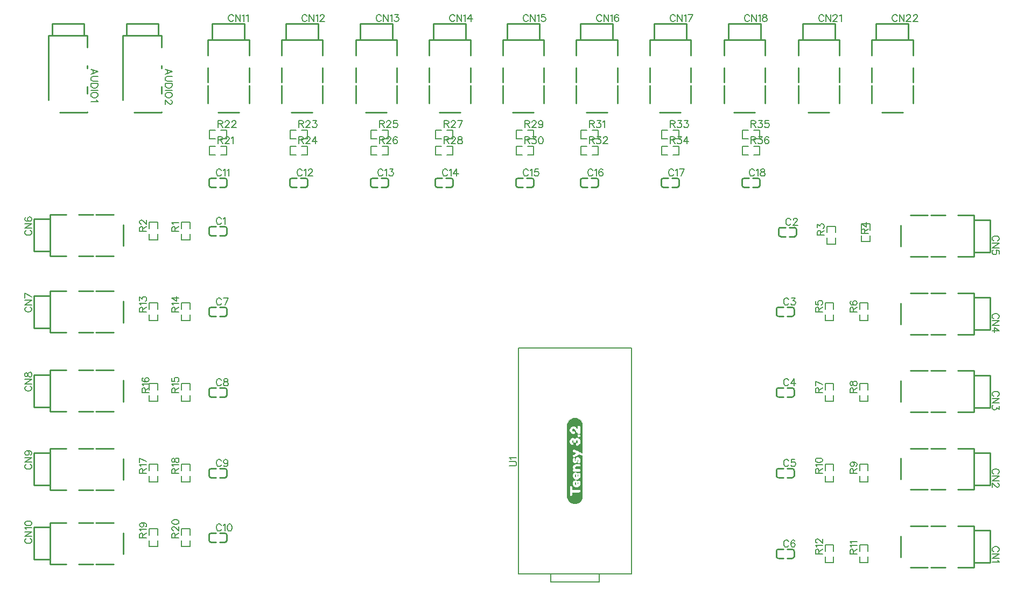
<source format=gto>
G04 Layer: TopSilkscreenLayer*
G04 Gerber Generator version 0.2*
G04 Scale: 100 percent, Rotated: No, Reflected: No *
G04 Dimensions in millimeters *
G04 leading zeros omitted , absolute positions ,4 integer and 5 decimal *
%FSLAX45Y45*%
%MOMM*%

%ADD10C,0.2540*%
%ADD20C,0.1524*%
%ADD21C,0.2032*%

%LPD*%
D20*
X-111760Y7843393D02*
G01*
X-220726Y7885048D01*
X-111760Y7843393D02*
G01*
X-220726Y7801990D01*
X-184404Y7869554D02*
G01*
X-184404Y7817485D01*
X-111760Y7767701D02*
G01*
X-189737Y7767701D01*
X-205231Y7762367D01*
X-215645Y7751953D01*
X-220726Y7736459D01*
X-220726Y7726045D01*
X-215645Y7710551D01*
X-205231Y7700137D01*
X-189737Y7694803D01*
X-111760Y7694803D01*
X-111760Y7660512D02*
G01*
X-220726Y7660512D01*
X-111760Y7660512D02*
G01*
X-111760Y7624190D01*
X-116839Y7608696D01*
X-127254Y7598283D01*
X-137668Y7592948D01*
X-153415Y7587869D01*
X-179323Y7587869D01*
X-194818Y7592948D01*
X-205231Y7598283D01*
X-215645Y7608696D01*
X-220726Y7624190D01*
X-220726Y7660512D01*
X-111760Y7553579D02*
G01*
X-220726Y7553579D01*
X-111760Y7488046D02*
G01*
X-116839Y7498461D01*
X-127254Y7508875D01*
X-137668Y7514209D01*
X-153415Y7519288D01*
X-179323Y7519288D01*
X-194818Y7514209D01*
X-205231Y7508875D01*
X-215645Y7498461D01*
X-220726Y7488046D01*
X-220726Y7467219D01*
X-215645Y7457059D01*
X-205231Y7446645D01*
X-194818Y7441311D01*
X-179323Y7436230D01*
X-153415Y7436230D01*
X-137668Y7441311D01*
X-127254Y7446645D01*
X-116839Y7457059D01*
X-111760Y7467219D01*
X-111760Y7488046D01*
X-132587Y7401940D02*
G01*
X-127254Y7391527D01*
X-111760Y7375779D01*
X-220726Y7375779D01*
X1056639Y7843393D02*
G01*
X947673Y7885048D01*
X1056639Y7843393D02*
G01*
X947673Y7801990D01*
X983995Y7869554D02*
G01*
X983995Y7817485D01*
X1056639Y7767701D02*
G01*
X978662Y7767701D01*
X963168Y7762367D01*
X952754Y7751953D01*
X947673Y7736459D01*
X947673Y7726045D01*
X952754Y7710551D01*
X963168Y7700137D01*
X978662Y7694803D01*
X1056639Y7694803D01*
X1056639Y7660512D02*
G01*
X947673Y7660512D01*
X1056639Y7660512D02*
G01*
X1056639Y7624190D01*
X1051560Y7608696D01*
X1041145Y7598283D01*
X1030731Y7592948D01*
X1014984Y7587869D01*
X989076Y7587869D01*
X973581Y7592948D01*
X963168Y7598283D01*
X952754Y7608696D01*
X947673Y7624190D01*
X947673Y7660512D01*
X1056639Y7553579D02*
G01*
X947673Y7553579D01*
X1056639Y7488046D02*
G01*
X1051560Y7498461D01*
X1041145Y7508875D01*
X1030731Y7514209D01*
X1014984Y7519288D01*
X989076Y7519288D01*
X973581Y7514209D01*
X963168Y7508875D01*
X952754Y7498461D01*
X947673Y7488046D01*
X947673Y7467219D01*
X952754Y7457059D01*
X963168Y7446645D01*
X973581Y7441311D01*
X989076Y7436230D01*
X1014984Y7436230D01*
X1030731Y7441311D01*
X1041145Y7446645D01*
X1051560Y7457059D01*
X1056639Y7467219D01*
X1056639Y7488046D01*
X1030731Y7396606D02*
G01*
X1035812Y7396606D01*
X1046226Y7391527D01*
X1051560Y7386193D01*
X1056639Y7375779D01*
X1056639Y7355204D01*
X1051560Y7344790D01*
X1046226Y7339456D01*
X1035812Y7334377D01*
X1025397Y7334377D01*
X1014984Y7339456D01*
X999489Y7349870D01*
X947673Y7401940D01*
X947673Y7329043D01*
X1830578Y5525007D02*
G01*
X1825244Y5535421D01*
X1814829Y5545836D01*
X1804670Y5550915D01*
X1783842Y5550915D01*
X1773428Y5545836D01*
X1763013Y5535421D01*
X1757679Y5525007D01*
X1752600Y5509260D01*
X1752600Y5483352D01*
X1757679Y5467857D01*
X1763013Y5457444D01*
X1773428Y5447029D01*
X1783842Y5441950D01*
X1804670Y5441950D01*
X1814829Y5447029D01*
X1825244Y5457444D01*
X1830578Y5467857D01*
X1864868Y5530087D02*
G01*
X1875281Y5535421D01*
X1890776Y5550915D01*
X1890776Y5441950D01*
X10787252Y5512307D02*
G01*
X10781918Y5522721D01*
X10771504Y5533136D01*
X10761345Y5538215D01*
X10740516Y5538215D01*
X10730102Y5533136D01*
X10719688Y5522721D01*
X10714354Y5512307D01*
X10709275Y5496560D01*
X10709275Y5470652D01*
X10714354Y5455157D01*
X10719688Y5444744D01*
X10730102Y5434329D01*
X10740516Y5429250D01*
X10761345Y5429250D01*
X10771504Y5434329D01*
X10781918Y5444744D01*
X10787252Y5455157D01*
X10826622Y5512307D02*
G01*
X10826622Y5517387D01*
X10831956Y5527802D01*
X10837036Y5533136D01*
X10847450Y5538215D01*
X10868279Y5538215D01*
X10878693Y5533136D01*
X10883772Y5527802D01*
X10889106Y5517387D01*
X10889106Y5506973D01*
X10883772Y5496560D01*
X10873359Y5481065D01*
X10821543Y5429250D01*
X10894186Y5429250D01*
X10752327Y4255007D02*
G01*
X10746993Y4265421D01*
X10736579Y4275836D01*
X10726420Y4280915D01*
X10705591Y4280915D01*
X10695177Y4275836D01*
X10684763Y4265421D01*
X10679429Y4255007D01*
X10674350Y4239260D01*
X10674350Y4213352D01*
X10679429Y4197857D01*
X10684763Y4187444D01*
X10695177Y4177029D01*
X10705591Y4171950D01*
X10726420Y4171950D01*
X10736579Y4177029D01*
X10746993Y4187444D01*
X10752327Y4197857D01*
X10797031Y4280915D02*
G01*
X10854181Y4280915D01*
X10822940Y4239260D01*
X10838434Y4239260D01*
X10848847Y4234179D01*
X10854181Y4229100D01*
X10859261Y4213352D01*
X10859261Y4202937D01*
X10854181Y4187444D01*
X10843768Y4177029D01*
X10828020Y4171950D01*
X10812525Y4171950D01*
X10797031Y4177029D01*
X10791697Y4182110D01*
X10786618Y4192523D01*
X10752327Y2985007D02*
G01*
X10746993Y2995421D01*
X10736579Y3005836D01*
X10726420Y3010915D01*
X10705591Y3010915D01*
X10695177Y3005836D01*
X10684763Y2995421D01*
X10679429Y2985007D01*
X10674350Y2969260D01*
X10674350Y2943352D01*
X10679429Y2927857D01*
X10684763Y2917444D01*
X10695177Y2907029D01*
X10705591Y2901950D01*
X10726420Y2901950D01*
X10736579Y2907029D01*
X10746993Y2917444D01*
X10752327Y2927857D01*
X10838434Y3010915D02*
G01*
X10786618Y2938271D01*
X10864595Y2938271D01*
X10838434Y3010915D02*
G01*
X10838434Y2901950D01*
X10752327Y1715007D02*
G01*
X10746993Y1725421D01*
X10736579Y1735836D01*
X10726420Y1740915D01*
X10705591Y1740915D01*
X10695177Y1735836D01*
X10684763Y1725421D01*
X10679429Y1715007D01*
X10674350Y1699260D01*
X10674350Y1673352D01*
X10679429Y1657857D01*
X10684763Y1647444D01*
X10695177Y1637029D01*
X10705591Y1631950D01*
X10726420Y1631950D01*
X10736579Y1637029D01*
X10746993Y1647444D01*
X10752327Y1657857D01*
X10848847Y1740915D02*
G01*
X10797031Y1740915D01*
X10791697Y1694179D01*
X10797031Y1699260D01*
X10812525Y1704594D01*
X10828020Y1704594D01*
X10843768Y1699260D01*
X10854181Y1689100D01*
X10859261Y1673352D01*
X10859261Y1662937D01*
X10854181Y1647444D01*
X10843768Y1637029D01*
X10828020Y1631950D01*
X10812525Y1631950D01*
X10797031Y1637029D01*
X10791697Y1642110D01*
X10786618Y1652523D01*
X10752327Y445007D02*
G01*
X10746993Y455421D01*
X10736579Y465836D01*
X10726420Y470915D01*
X10705591Y470915D01*
X10695177Y465836D01*
X10684763Y455421D01*
X10679429Y445007D01*
X10674350Y429260D01*
X10674350Y403352D01*
X10679429Y387857D01*
X10684763Y377444D01*
X10695177Y367029D01*
X10705591Y361950D01*
X10726420Y361950D01*
X10736579Y367029D01*
X10746993Y377444D01*
X10752327Y387857D01*
X10848847Y455421D02*
G01*
X10843768Y465836D01*
X10828020Y470915D01*
X10817859Y470915D01*
X10802111Y465836D01*
X10791697Y450087D01*
X10786618Y424179D01*
X10786618Y398271D01*
X10791697Y377444D01*
X10802111Y367029D01*
X10817859Y361950D01*
X10822940Y361950D01*
X10838434Y367029D01*
X10848847Y377444D01*
X10854181Y392937D01*
X10854181Y398271D01*
X10848847Y413765D01*
X10838434Y424179D01*
X10822940Y429260D01*
X10817859Y429260D01*
X10802111Y424179D01*
X10791697Y413765D01*
X10786618Y398271D01*
X1830578Y4255007D02*
G01*
X1825244Y4265421D01*
X1814829Y4275836D01*
X1804670Y4280915D01*
X1783842Y4280915D01*
X1773428Y4275836D01*
X1763013Y4265421D01*
X1757679Y4255007D01*
X1752600Y4239260D01*
X1752600Y4213352D01*
X1757679Y4197857D01*
X1763013Y4187444D01*
X1773428Y4177029D01*
X1783842Y4171950D01*
X1804670Y4171950D01*
X1814829Y4177029D01*
X1825244Y4187444D01*
X1830578Y4197857D01*
X1937511Y4280915D02*
G01*
X1885695Y4171950D01*
X1864868Y4280915D02*
G01*
X1937511Y4280915D01*
X1830578Y2985007D02*
G01*
X1825244Y2995421D01*
X1814829Y3005836D01*
X1804670Y3010915D01*
X1783842Y3010915D01*
X1773428Y3005836D01*
X1763013Y2995421D01*
X1757679Y2985007D01*
X1752600Y2969260D01*
X1752600Y2943352D01*
X1757679Y2927857D01*
X1763013Y2917444D01*
X1773428Y2907029D01*
X1783842Y2901950D01*
X1804670Y2901950D01*
X1814829Y2907029D01*
X1825244Y2917444D01*
X1830578Y2927857D01*
X1890776Y3010915D02*
G01*
X1875281Y3005836D01*
X1869947Y2995421D01*
X1869947Y2985007D01*
X1875281Y2974594D01*
X1885695Y2969260D01*
X1906270Y2964179D01*
X1922018Y2959100D01*
X1932431Y2948686D01*
X1937511Y2938271D01*
X1937511Y2922523D01*
X1932431Y2912110D01*
X1927097Y2907029D01*
X1911604Y2901950D01*
X1890776Y2901950D01*
X1875281Y2907029D01*
X1869947Y2912110D01*
X1864868Y2922523D01*
X1864868Y2938271D01*
X1869947Y2948686D01*
X1880362Y2959100D01*
X1896110Y2964179D01*
X1916684Y2969260D01*
X1927097Y2974594D01*
X1932431Y2985007D01*
X1932431Y2995421D01*
X1927097Y3005836D01*
X1911604Y3010915D01*
X1890776Y3010915D01*
X1830578Y1715007D02*
G01*
X1825244Y1725421D01*
X1814829Y1735836D01*
X1804670Y1740915D01*
X1783842Y1740915D01*
X1773428Y1735836D01*
X1763013Y1725421D01*
X1757679Y1715007D01*
X1752600Y1699260D01*
X1752600Y1673352D01*
X1757679Y1657857D01*
X1763013Y1647444D01*
X1773428Y1637029D01*
X1783842Y1631950D01*
X1804670Y1631950D01*
X1814829Y1637029D01*
X1825244Y1647444D01*
X1830578Y1657857D01*
X1932431Y1704594D02*
G01*
X1927097Y1689100D01*
X1916684Y1678686D01*
X1901189Y1673352D01*
X1896110Y1673352D01*
X1880362Y1678686D01*
X1869947Y1689100D01*
X1864868Y1704594D01*
X1864868Y1709673D01*
X1869947Y1725421D01*
X1880362Y1735836D01*
X1896110Y1740915D01*
X1901189Y1740915D01*
X1916684Y1735836D01*
X1927097Y1725421D01*
X1932431Y1704594D01*
X1932431Y1678686D01*
X1927097Y1652523D01*
X1916684Y1637029D01*
X1901189Y1631950D01*
X1890776Y1631950D01*
X1875281Y1637029D01*
X1869947Y1647444D01*
X1830578Y699007D02*
G01*
X1825244Y709421D01*
X1814829Y719836D01*
X1804670Y724915D01*
X1783842Y724915D01*
X1773428Y719836D01*
X1763013Y709421D01*
X1757679Y699007D01*
X1752600Y683260D01*
X1752600Y657352D01*
X1757679Y641857D01*
X1763013Y631444D01*
X1773428Y621029D01*
X1783842Y615950D01*
X1804670Y615950D01*
X1814829Y621029D01*
X1825244Y631444D01*
X1830578Y641857D01*
X1864868Y704087D02*
G01*
X1875281Y709421D01*
X1890776Y724915D01*
X1890776Y615950D01*
X1956308Y724915D02*
G01*
X1940559Y719836D01*
X1930400Y704087D01*
X1925065Y678179D01*
X1925065Y662686D01*
X1930400Y636523D01*
X1940559Y621029D01*
X1956308Y615950D01*
X1966722Y615950D01*
X1982215Y621029D01*
X1992629Y636523D01*
X1997709Y662686D01*
X1997709Y678179D01*
X1992629Y704087D01*
X1982215Y719836D01*
X1966722Y724915D01*
X1956308Y724915D01*
X1830578Y6287007D02*
G01*
X1825244Y6297421D01*
X1814829Y6307836D01*
X1804670Y6312915D01*
X1783842Y6312915D01*
X1773428Y6307836D01*
X1763013Y6297421D01*
X1757679Y6287007D01*
X1752600Y6271260D01*
X1752600Y6245352D01*
X1757679Y6229857D01*
X1763013Y6219444D01*
X1773428Y6209029D01*
X1783842Y6203950D01*
X1804670Y6203950D01*
X1814829Y6209029D01*
X1825244Y6219444D01*
X1830578Y6229857D01*
X1864868Y6292087D02*
G01*
X1875281Y6297421D01*
X1890776Y6312915D01*
X1890776Y6203950D01*
X1925065Y6292087D02*
G01*
X1935479Y6297421D01*
X1950974Y6312915D01*
X1950974Y6203950D01*
X3100577Y6287007D02*
G01*
X3095243Y6297421D01*
X3084829Y6307836D01*
X3074670Y6312915D01*
X3053841Y6312915D01*
X3043427Y6307836D01*
X3033013Y6297421D01*
X3027679Y6287007D01*
X3022600Y6271260D01*
X3022600Y6245352D01*
X3027679Y6229857D01*
X3033013Y6219444D01*
X3043427Y6209029D01*
X3053841Y6203950D01*
X3074670Y6203950D01*
X3084829Y6209029D01*
X3095243Y6219444D01*
X3100577Y6229857D01*
X3134868Y6292087D02*
G01*
X3145281Y6297421D01*
X3160775Y6312915D01*
X3160775Y6203950D01*
X3200400Y6287007D02*
G01*
X3200400Y6292087D01*
X3205479Y6302502D01*
X3210559Y6307836D01*
X3220974Y6312915D01*
X3241802Y6312915D01*
X3252215Y6307836D01*
X3257550Y6302502D01*
X3262629Y6292087D01*
X3262629Y6281673D01*
X3257550Y6271260D01*
X3247136Y6255765D01*
X3195065Y6203950D01*
X3267709Y6203950D01*
X4370577Y6287007D02*
G01*
X4365243Y6297421D01*
X4354829Y6307836D01*
X4344670Y6312915D01*
X4323841Y6312915D01*
X4313427Y6307836D01*
X4303013Y6297421D01*
X4297679Y6287007D01*
X4292600Y6271260D01*
X4292600Y6245352D01*
X4297679Y6229857D01*
X4303013Y6219444D01*
X4313427Y6209029D01*
X4323841Y6203950D01*
X4344670Y6203950D01*
X4354829Y6209029D01*
X4365243Y6219444D01*
X4370577Y6229857D01*
X4404868Y6292087D02*
G01*
X4415281Y6297421D01*
X4430775Y6312915D01*
X4430775Y6203950D01*
X4475479Y6312915D02*
G01*
X4532629Y6312915D01*
X4501388Y6271260D01*
X4517136Y6271260D01*
X4527550Y6266179D01*
X4532629Y6261100D01*
X4537709Y6245352D01*
X4537709Y6234937D01*
X4532629Y6219444D01*
X4522215Y6209029D01*
X4506722Y6203950D01*
X4490974Y6203950D01*
X4475479Y6209029D01*
X4470400Y6214110D01*
X4465065Y6224523D01*
X5386577Y6287007D02*
G01*
X5381243Y6297421D01*
X5370829Y6307836D01*
X5360670Y6312915D01*
X5339841Y6312915D01*
X5329427Y6307836D01*
X5319013Y6297421D01*
X5313679Y6287007D01*
X5308600Y6271260D01*
X5308600Y6245352D01*
X5313679Y6229857D01*
X5319013Y6219444D01*
X5329427Y6209029D01*
X5339841Y6203950D01*
X5360670Y6203950D01*
X5370829Y6209029D01*
X5381243Y6219444D01*
X5386577Y6229857D01*
X5420868Y6292087D02*
G01*
X5431281Y6297421D01*
X5446775Y6312915D01*
X5446775Y6203950D01*
X5533136Y6312915D02*
G01*
X5481065Y6240271D01*
X5559043Y6240271D01*
X5533136Y6312915D02*
G01*
X5533136Y6203950D01*
X6656577Y6287007D02*
G01*
X6651243Y6297421D01*
X6640829Y6307836D01*
X6630670Y6312915D01*
X6609841Y6312915D01*
X6599427Y6307836D01*
X6589013Y6297421D01*
X6583679Y6287007D01*
X6578600Y6271260D01*
X6578600Y6245352D01*
X6583679Y6229857D01*
X6589013Y6219444D01*
X6599427Y6209029D01*
X6609841Y6203950D01*
X6630670Y6203950D01*
X6640829Y6209029D01*
X6651243Y6219444D01*
X6656577Y6229857D01*
X6690868Y6292087D02*
G01*
X6701281Y6297421D01*
X6716775Y6312915D01*
X6716775Y6203950D01*
X6813550Y6312915D02*
G01*
X6761479Y6312915D01*
X6756400Y6266179D01*
X6761479Y6271260D01*
X6776974Y6276594D01*
X6792722Y6276594D01*
X6808215Y6271260D01*
X6818629Y6261100D01*
X6823709Y6245352D01*
X6823709Y6234937D01*
X6818629Y6219444D01*
X6808215Y6209029D01*
X6792722Y6203950D01*
X6776974Y6203950D01*
X6761479Y6209029D01*
X6756400Y6214110D01*
X6751065Y6224523D01*
X7672577Y6287007D02*
G01*
X7667243Y6297421D01*
X7656829Y6307836D01*
X7646670Y6312915D01*
X7625841Y6312915D01*
X7615427Y6307836D01*
X7605013Y6297421D01*
X7599679Y6287007D01*
X7594600Y6271260D01*
X7594600Y6245352D01*
X7599679Y6229857D01*
X7605013Y6219444D01*
X7615427Y6209029D01*
X7625841Y6203950D01*
X7646670Y6203950D01*
X7656829Y6209029D01*
X7667243Y6219444D01*
X7672577Y6229857D01*
X7706868Y6292087D02*
G01*
X7717281Y6297421D01*
X7732775Y6312915D01*
X7732775Y6203950D01*
X7829550Y6297421D02*
G01*
X7824215Y6307836D01*
X7808722Y6312915D01*
X7798308Y6312915D01*
X7782559Y6307836D01*
X7772400Y6292087D01*
X7767065Y6266179D01*
X7767065Y6240271D01*
X7772400Y6219444D01*
X7782559Y6209029D01*
X7798308Y6203950D01*
X7803388Y6203950D01*
X7819136Y6209029D01*
X7829550Y6219444D01*
X7834629Y6234937D01*
X7834629Y6240271D01*
X7829550Y6255765D01*
X7819136Y6266179D01*
X7803388Y6271260D01*
X7798308Y6271260D01*
X7782559Y6266179D01*
X7772400Y6255765D01*
X7767065Y6240271D01*
X8942577Y6287007D02*
G01*
X8937243Y6297421D01*
X8926829Y6307836D01*
X8916670Y6312915D01*
X8895841Y6312915D01*
X8885427Y6307836D01*
X8875013Y6297421D01*
X8869679Y6287007D01*
X8864600Y6271260D01*
X8864600Y6245352D01*
X8869679Y6229857D01*
X8875013Y6219444D01*
X8885427Y6209029D01*
X8895841Y6203950D01*
X8916670Y6203950D01*
X8926829Y6209029D01*
X8937243Y6219444D01*
X8942577Y6229857D01*
X8976868Y6292087D02*
G01*
X8987281Y6297421D01*
X9002775Y6312915D01*
X9002775Y6203950D01*
X9109709Y6312915D02*
G01*
X9057893Y6203950D01*
X9037065Y6312915D02*
G01*
X9109709Y6312915D01*
X10212577Y6287007D02*
G01*
X10207243Y6297421D01*
X10196829Y6307836D01*
X10186670Y6312915D01*
X10165841Y6312915D01*
X10155427Y6307836D01*
X10145013Y6297421D01*
X10139679Y6287007D01*
X10134600Y6271260D01*
X10134600Y6245352D01*
X10139679Y6229857D01*
X10145013Y6219444D01*
X10155427Y6209029D01*
X10165841Y6203950D01*
X10186670Y6203950D01*
X10196829Y6209029D01*
X10207243Y6219444D01*
X10212577Y6229857D01*
X10246868Y6292087D02*
G01*
X10257281Y6297421D01*
X10272775Y6312915D01*
X10272775Y6203950D01*
X10332974Y6312915D02*
G01*
X10317479Y6307836D01*
X10312400Y6297421D01*
X10312400Y6287007D01*
X10317479Y6276594D01*
X10327893Y6271260D01*
X10348722Y6266179D01*
X10364215Y6261100D01*
X10374629Y6250686D01*
X10379709Y6240271D01*
X10379709Y6224523D01*
X10374629Y6214110D01*
X10369550Y6209029D01*
X10353802Y6203950D01*
X10332974Y6203950D01*
X10317479Y6209029D01*
X10312400Y6214110D01*
X10307065Y6224523D01*
X10307065Y6240271D01*
X10312400Y6250686D01*
X10322559Y6261100D01*
X10338308Y6266179D01*
X10359136Y6271260D01*
X10369550Y6276594D01*
X10374629Y6287007D01*
X10374629Y6297421D01*
X10369550Y6307836D01*
X10353802Y6312915D01*
X10332974Y6312915D01*
X14035112Y290321D02*
G01*
X14045526Y295655D01*
X14055940Y306070D01*
X14061020Y316229D01*
X14061020Y337057D01*
X14055940Y347471D01*
X14045526Y357886D01*
X14035112Y363220D01*
X14019364Y368300D01*
X13993456Y368300D01*
X13977962Y363220D01*
X13967548Y357886D01*
X13957134Y347471D01*
X13952054Y337057D01*
X13952054Y316229D01*
X13957134Y306070D01*
X13967548Y295655D01*
X13977962Y290321D01*
X14061020Y256031D02*
G01*
X13952054Y256031D01*
X14061020Y256031D02*
G01*
X13952054Y183387D01*
X14061020Y183387D02*
G01*
X13952054Y183387D01*
X14040192Y149097D02*
G01*
X14045526Y138684D01*
X14061020Y123189D01*
X13952054Y123189D01*
X14035112Y1512696D02*
G01*
X14045526Y1518030D01*
X14055940Y1528445D01*
X14061020Y1538604D01*
X14061020Y1559432D01*
X14055940Y1569846D01*
X14045526Y1580261D01*
X14035112Y1585595D01*
X14019364Y1590675D01*
X13993456Y1590675D01*
X13977962Y1585595D01*
X13967548Y1580261D01*
X13957134Y1569846D01*
X13952054Y1559432D01*
X13952054Y1538604D01*
X13957134Y1528445D01*
X13967548Y1518030D01*
X13977962Y1512696D01*
X14061020Y1478406D02*
G01*
X13952054Y1478406D01*
X14061020Y1478406D02*
G01*
X13952054Y1405762D01*
X14061020Y1405762D02*
G01*
X13952054Y1405762D01*
X14035112Y1366138D02*
G01*
X14040192Y1366138D01*
X14050606Y1361059D01*
X14055940Y1355725D01*
X14061020Y1345564D01*
X14061020Y1324737D01*
X14055940Y1314322D01*
X14050606Y1308988D01*
X14040192Y1303909D01*
X14029778Y1303909D01*
X14019364Y1308988D01*
X14003870Y1319403D01*
X13952054Y1371472D01*
X13952054Y1298575D01*
X14035112Y2735071D02*
G01*
X14045526Y2740405D01*
X14055940Y2750820D01*
X14061020Y2760979D01*
X14061020Y2781807D01*
X14055940Y2792221D01*
X14045526Y2802636D01*
X14035112Y2807970D01*
X14019364Y2813050D01*
X13993456Y2813050D01*
X13977962Y2807970D01*
X13967548Y2802636D01*
X13957134Y2792221D01*
X13952054Y2781807D01*
X13952054Y2760979D01*
X13957134Y2750820D01*
X13967548Y2740405D01*
X13977962Y2735071D01*
X14061020Y2700781D02*
G01*
X13952054Y2700781D01*
X14061020Y2700781D02*
G01*
X13952054Y2628137D01*
X14061020Y2628137D02*
G01*
X13952054Y2628137D01*
X14061020Y2583434D02*
G01*
X14061020Y2526284D01*
X14019364Y2557526D01*
X14019364Y2541778D01*
X14014284Y2531363D01*
X14009204Y2526284D01*
X13993456Y2520950D01*
X13983042Y2520950D01*
X13967548Y2526284D01*
X13957134Y2536697D01*
X13952054Y2552192D01*
X13952054Y2567939D01*
X13957134Y2583434D01*
X13962214Y2588513D01*
X13972628Y2593847D01*
X14035112Y3957446D02*
G01*
X14045526Y3962780D01*
X14055940Y3973195D01*
X14061020Y3983354D01*
X14061020Y4004182D01*
X14055940Y4014596D01*
X14045526Y4025011D01*
X14035112Y4030345D01*
X14019364Y4035425D01*
X13993456Y4035425D01*
X13977962Y4030345D01*
X13967548Y4025011D01*
X13957134Y4014596D01*
X13952054Y4004182D01*
X13952054Y3983354D01*
X13957134Y3973195D01*
X13967548Y3962780D01*
X13977962Y3957446D01*
X14061020Y3923156D02*
G01*
X13952054Y3923156D01*
X14061020Y3923156D02*
G01*
X13952054Y3850512D01*
X14061020Y3850512D02*
G01*
X13952054Y3850512D01*
X14061020Y3764153D02*
G01*
X13988376Y3816222D01*
X13988376Y3738245D01*
X14061020Y3764153D02*
G01*
X13952054Y3764153D01*
X14035112Y5179821D02*
G01*
X14045526Y5185155D01*
X14055940Y5195570D01*
X14061020Y5205729D01*
X14061020Y5226557D01*
X14055940Y5236971D01*
X14045526Y5247386D01*
X14035112Y5252720D01*
X14019364Y5257800D01*
X13993456Y5257800D01*
X13977962Y5252720D01*
X13967548Y5247386D01*
X13957134Y5236971D01*
X13952054Y5226557D01*
X13952054Y5205729D01*
X13957134Y5195570D01*
X13967548Y5185155D01*
X13977962Y5179821D01*
X14061020Y5145531D02*
G01*
X13952054Y5145531D01*
X14061020Y5145531D02*
G01*
X13952054Y5072887D01*
X14061020Y5072887D02*
G01*
X13952054Y5072887D01*
X14061020Y4976113D02*
G01*
X14061020Y5028184D01*
X14014284Y5033263D01*
X14019364Y5028184D01*
X14024698Y5012689D01*
X14024698Y4996942D01*
X14019364Y4981447D01*
X14009204Y4971034D01*
X13993456Y4965700D01*
X13983042Y4965700D01*
X13967548Y4971034D01*
X13957134Y4981447D01*
X13952054Y4996942D01*
X13952054Y5012689D01*
X13957134Y5028184D01*
X13962214Y5033263D01*
X13972628Y5038597D01*
X-1233512Y5348478D02*
G01*
X-1243926Y5343144D01*
X-1254340Y5332729D01*
X-1259420Y5322570D01*
X-1259420Y5301742D01*
X-1254340Y5291328D01*
X-1243926Y5280913D01*
X-1233512Y5275579D01*
X-1217764Y5270500D01*
X-1191856Y5270500D01*
X-1176362Y5275579D01*
X-1165948Y5280913D01*
X-1155534Y5291328D01*
X-1150454Y5301742D01*
X-1150454Y5322570D01*
X-1155534Y5332729D01*
X-1165948Y5343144D01*
X-1176362Y5348478D01*
X-1259420Y5382768D02*
G01*
X-1150454Y5382768D01*
X-1259420Y5382768D02*
G01*
X-1150454Y5455412D01*
X-1259420Y5455412D02*
G01*
X-1150454Y5455412D01*
X-1243926Y5552186D02*
G01*
X-1254340Y5546852D01*
X-1259420Y5531357D01*
X-1259420Y5520944D01*
X-1254340Y5505450D01*
X-1238592Y5495036D01*
X-1212684Y5489702D01*
X-1186776Y5489702D01*
X-1165948Y5495036D01*
X-1155534Y5505450D01*
X-1150454Y5520944D01*
X-1150454Y5526023D01*
X-1155534Y5541771D01*
X-1165948Y5552186D01*
X-1181442Y5557265D01*
X-1186776Y5557265D01*
X-1202270Y5552186D01*
X-1212684Y5541771D01*
X-1217764Y5526023D01*
X-1217764Y5520944D01*
X-1212684Y5505450D01*
X-1202270Y5495036D01*
X-1186776Y5489702D01*
X-1233512Y4141978D02*
G01*
X-1243926Y4136644D01*
X-1254340Y4126229D01*
X-1259420Y4116070D01*
X-1259420Y4095242D01*
X-1254340Y4084828D01*
X-1243926Y4074413D01*
X-1233512Y4069079D01*
X-1217764Y4064000D01*
X-1191856Y4064000D01*
X-1176362Y4069079D01*
X-1165948Y4074413D01*
X-1155534Y4084828D01*
X-1150454Y4095242D01*
X-1150454Y4116070D01*
X-1155534Y4126229D01*
X-1165948Y4136644D01*
X-1176362Y4141978D01*
X-1259420Y4176268D02*
G01*
X-1150454Y4176268D01*
X-1259420Y4176268D02*
G01*
X-1150454Y4248912D01*
X-1259420Y4248912D02*
G01*
X-1150454Y4248912D01*
X-1259420Y4356100D02*
G01*
X-1150454Y4304029D01*
X-1259420Y4283202D02*
G01*
X-1259420Y4356100D01*
X-1233512Y2897378D02*
G01*
X-1243926Y2892044D01*
X-1254340Y2881629D01*
X-1259420Y2871470D01*
X-1259420Y2850642D01*
X-1254340Y2840228D01*
X-1243926Y2829813D01*
X-1233512Y2824479D01*
X-1217764Y2819400D01*
X-1191856Y2819400D01*
X-1176362Y2824479D01*
X-1165948Y2829813D01*
X-1155534Y2840228D01*
X-1150454Y2850642D01*
X-1150454Y2871470D01*
X-1155534Y2881629D01*
X-1165948Y2892044D01*
X-1176362Y2897378D01*
X-1259420Y2931668D02*
G01*
X-1150454Y2931668D01*
X-1259420Y2931668D02*
G01*
X-1150454Y3004312D01*
X-1259420Y3004312D02*
G01*
X-1150454Y3004312D01*
X-1259420Y3064510D02*
G01*
X-1254340Y3049015D01*
X-1243926Y3043936D01*
X-1233512Y3043936D01*
X-1223098Y3049015D01*
X-1217764Y3059429D01*
X-1212684Y3080257D01*
X-1207604Y3095752D01*
X-1197190Y3106165D01*
X-1186776Y3111500D01*
X-1171028Y3111500D01*
X-1160614Y3106165D01*
X-1155534Y3101086D01*
X-1150454Y3085337D01*
X-1150454Y3064510D01*
X-1155534Y3049015D01*
X-1160614Y3043936D01*
X-1171028Y3038602D01*
X-1186776Y3038602D01*
X-1197190Y3043936D01*
X-1207604Y3054350D01*
X-1212684Y3069844D01*
X-1217764Y3090671D01*
X-1223098Y3101086D01*
X-1233512Y3106165D01*
X-1243926Y3106165D01*
X-1254340Y3101086D01*
X-1259420Y3085337D01*
X-1259420Y3064510D01*
X-1233512Y1665478D02*
G01*
X-1243926Y1660144D01*
X-1254340Y1649729D01*
X-1259420Y1639570D01*
X-1259420Y1618742D01*
X-1254340Y1608328D01*
X-1243926Y1597913D01*
X-1233512Y1592579D01*
X-1217764Y1587500D01*
X-1191856Y1587500D01*
X-1176362Y1592579D01*
X-1165948Y1597913D01*
X-1155534Y1608328D01*
X-1150454Y1618742D01*
X-1150454Y1639570D01*
X-1155534Y1649729D01*
X-1165948Y1660144D01*
X-1176362Y1665478D01*
X-1259420Y1699768D02*
G01*
X-1150454Y1699768D01*
X-1259420Y1699768D02*
G01*
X-1150454Y1772412D01*
X-1259420Y1772412D02*
G01*
X-1150454Y1772412D01*
X-1223098Y1874265D02*
G01*
X-1207604Y1869186D01*
X-1197190Y1858771D01*
X-1191856Y1843023D01*
X-1191856Y1837944D01*
X-1197190Y1822450D01*
X-1207604Y1812036D01*
X-1223098Y1806702D01*
X-1228178Y1806702D01*
X-1243926Y1812036D01*
X-1254340Y1822450D01*
X-1259420Y1837944D01*
X-1259420Y1843023D01*
X-1254340Y1858771D01*
X-1243926Y1869186D01*
X-1223098Y1874265D01*
X-1197190Y1874265D01*
X-1171028Y1869186D01*
X-1155534Y1858771D01*
X-1150454Y1843023D01*
X-1150454Y1832610D01*
X-1155534Y1817115D01*
X-1165948Y1812036D01*
X-1233512Y497078D02*
G01*
X-1243926Y491744D01*
X-1254340Y481329D01*
X-1259420Y471170D01*
X-1259420Y450342D01*
X-1254340Y439928D01*
X-1243926Y429513D01*
X-1233512Y424179D01*
X-1217764Y419100D01*
X-1191856Y419100D01*
X-1176362Y424179D01*
X-1165948Y429513D01*
X-1155534Y439928D01*
X-1150454Y450342D01*
X-1150454Y471170D01*
X-1155534Y481329D01*
X-1165948Y491744D01*
X-1176362Y497078D01*
X-1259420Y531368D02*
G01*
X-1150454Y531368D01*
X-1259420Y531368D02*
G01*
X-1150454Y604012D01*
X-1259420Y604012D02*
G01*
X-1150454Y604012D01*
X-1238592Y638302D02*
G01*
X-1243926Y648715D01*
X-1259420Y664210D01*
X-1150454Y664210D01*
X-1259420Y729742D02*
G01*
X-1254340Y714247D01*
X-1238592Y703834D01*
X-1212684Y698500D01*
X-1197190Y698500D01*
X-1171028Y703834D01*
X-1155534Y714247D01*
X-1150454Y729742D01*
X-1150454Y740155D01*
X-1155534Y755650D01*
X-1171028Y766063D01*
X-1197190Y771397D01*
X-1212684Y771397D01*
X-1238592Y766063D01*
X-1254340Y755650D01*
X-1259420Y740155D01*
X-1259420Y729742D01*
X2021077Y8719753D02*
G01*
X2015743Y8730167D01*
X2005329Y8740581D01*
X1995170Y8745661D01*
X1974341Y8745661D01*
X1963927Y8740581D01*
X1953513Y8730167D01*
X1948179Y8719753D01*
X1943100Y8704005D01*
X1943100Y8678097D01*
X1948179Y8662603D01*
X1953513Y8652189D01*
X1963927Y8641775D01*
X1974341Y8636695D01*
X1995170Y8636695D01*
X2005329Y8641775D01*
X2015743Y8652189D01*
X2021077Y8662603D01*
X2055368Y8745661D02*
G01*
X2055368Y8636695D01*
X2055368Y8745661D02*
G01*
X2128011Y8636695D01*
X2128011Y8745661D02*
G01*
X2128011Y8636695D01*
X2162302Y8724833D02*
G01*
X2172715Y8730167D01*
X2188209Y8745661D01*
X2188209Y8636695D01*
X2222500Y8724833D02*
G01*
X2232913Y8730167D01*
X2248661Y8745661D01*
X2248661Y8636695D01*
X3176777Y8719753D02*
G01*
X3171443Y8730167D01*
X3161029Y8740581D01*
X3150870Y8745661D01*
X3130041Y8745661D01*
X3119627Y8740581D01*
X3109213Y8730167D01*
X3103879Y8719753D01*
X3098800Y8704005D01*
X3098800Y8678097D01*
X3103879Y8662603D01*
X3109213Y8652189D01*
X3119627Y8641775D01*
X3130041Y8636695D01*
X3150870Y8636695D01*
X3161029Y8641775D01*
X3171443Y8652189D01*
X3176777Y8662603D01*
X3211068Y8745661D02*
G01*
X3211068Y8636695D01*
X3211068Y8745661D02*
G01*
X3283711Y8636695D01*
X3283711Y8745661D02*
G01*
X3283711Y8636695D01*
X3318002Y8724833D02*
G01*
X3328415Y8730167D01*
X3343909Y8745661D01*
X3343909Y8636695D01*
X3383534Y8719753D02*
G01*
X3383534Y8724833D01*
X3388613Y8735247D01*
X3393947Y8740581D01*
X3404361Y8745661D01*
X3425190Y8745661D01*
X3435350Y8740581D01*
X3440684Y8735247D01*
X3445763Y8724833D01*
X3445763Y8714419D01*
X3440684Y8704005D01*
X3430270Y8688511D01*
X3378200Y8636695D01*
X3451097Y8636695D01*
X4345177Y8719753D02*
G01*
X4339843Y8730167D01*
X4329429Y8740581D01*
X4319270Y8745661D01*
X4298441Y8745661D01*
X4288027Y8740581D01*
X4277613Y8730167D01*
X4272279Y8719753D01*
X4267200Y8704005D01*
X4267200Y8678097D01*
X4272279Y8662603D01*
X4277613Y8652189D01*
X4288027Y8641775D01*
X4298441Y8636695D01*
X4319270Y8636695D01*
X4329429Y8641775D01*
X4339843Y8652189D01*
X4345177Y8662603D01*
X4379468Y8745661D02*
G01*
X4379468Y8636695D01*
X4379468Y8745661D02*
G01*
X4452111Y8636695D01*
X4452111Y8745661D02*
G01*
X4452111Y8636695D01*
X4486402Y8724833D02*
G01*
X4496815Y8730167D01*
X4512309Y8745661D01*
X4512309Y8636695D01*
X4557013Y8745661D02*
G01*
X4614163Y8745661D01*
X4583175Y8704005D01*
X4598670Y8704005D01*
X4609084Y8698925D01*
X4614163Y8693845D01*
X4619497Y8678097D01*
X4619497Y8667683D01*
X4614163Y8652189D01*
X4603750Y8641775D01*
X4588256Y8636695D01*
X4572761Y8636695D01*
X4557013Y8641775D01*
X4551934Y8646855D01*
X4546600Y8657269D01*
X5500877Y8719753D02*
G01*
X5495543Y8730167D01*
X5485129Y8740581D01*
X5474970Y8745661D01*
X5454141Y8745661D01*
X5443727Y8740581D01*
X5433313Y8730167D01*
X5427979Y8719753D01*
X5422900Y8704005D01*
X5422900Y8678097D01*
X5427979Y8662603D01*
X5433313Y8652189D01*
X5443727Y8641775D01*
X5454141Y8636695D01*
X5474970Y8636695D01*
X5485129Y8641775D01*
X5495543Y8652189D01*
X5500877Y8662603D01*
X5535168Y8745661D02*
G01*
X5535168Y8636695D01*
X5535168Y8745661D02*
G01*
X5607811Y8636695D01*
X5607811Y8745661D02*
G01*
X5607811Y8636695D01*
X5642102Y8724833D02*
G01*
X5652515Y8730167D01*
X5668009Y8745661D01*
X5668009Y8636695D01*
X5754370Y8745661D02*
G01*
X5702300Y8673017D01*
X5780277Y8673017D01*
X5754370Y8745661D02*
G01*
X5754370Y8636695D01*
X6656577Y8719753D02*
G01*
X6651243Y8730167D01*
X6640829Y8740581D01*
X6630670Y8745661D01*
X6609841Y8745661D01*
X6599427Y8740581D01*
X6589013Y8730167D01*
X6583679Y8719753D01*
X6578600Y8704005D01*
X6578600Y8678097D01*
X6583679Y8662603D01*
X6589013Y8652189D01*
X6599427Y8641775D01*
X6609841Y8636695D01*
X6630670Y8636695D01*
X6640829Y8641775D01*
X6651243Y8652189D01*
X6656577Y8662603D01*
X6690868Y8745661D02*
G01*
X6690868Y8636695D01*
X6690868Y8745661D02*
G01*
X6763511Y8636695D01*
X6763511Y8745661D02*
G01*
X6763511Y8636695D01*
X6797802Y8724833D02*
G01*
X6808215Y8730167D01*
X6823709Y8745661D01*
X6823709Y8636695D01*
X6920484Y8745661D02*
G01*
X6868413Y8745661D01*
X6863334Y8698925D01*
X6868413Y8704005D01*
X6884161Y8709339D01*
X6899656Y8709339D01*
X6915150Y8704005D01*
X6925563Y8693845D01*
X6930897Y8678097D01*
X6930897Y8667683D01*
X6925563Y8652189D01*
X6915150Y8641775D01*
X6899656Y8636695D01*
X6884161Y8636695D01*
X6868413Y8641775D01*
X6863334Y8646855D01*
X6858000Y8657269D01*
X7812277Y8719753D02*
G01*
X7806943Y8730167D01*
X7796529Y8740581D01*
X7786370Y8745661D01*
X7765541Y8745661D01*
X7755127Y8740581D01*
X7744713Y8730167D01*
X7739379Y8719753D01*
X7734300Y8704005D01*
X7734300Y8678097D01*
X7739379Y8662603D01*
X7744713Y8652189D01*
X7755127Y8641775D01*
X7765541Y8636695D01*
X7786370Y8636695D01*
X7796529Y8641775D01*
X7806943Y8652189D01*
X7812277Y8662603D01*
X7846568Y8745661D02*
G01*
X7846568Y8636695D01*
X7846568Y8745661D02*
G01*
X7919211Y8636695D01*
X7919211Y8745661D02*
G01*
X7919211Y8636695D01*
X7953502Y8724833D02*
G01*
X7963915Y8730167D01*
X7979409Y8745661D01*
X7979409Y8636695D01*
X8076184Y8730167D02*
G01*
X8070850Y8740581D01*
X8055356Y8745661D01*
X8044941Y8745661D01*
X8029447Y8740581D01*
X8019034Y8724833D01*
X8013700Y8698925D01*
X8013700Y8673017D01*
X8019034Y8652189D01*
X8029447Y8641775D01*
X8044941Y8636695D01*
X8050275Y8636695D01*
X8065770Y8641775D01*
X8076184Y8652189D01*
X8081263Y8667683D01*
X8081263Y8673017D01*
X8076184Y8688511D01*
X8065770Y8698925D01*
X8050275Y8704005D01*
X8044941Y8704005D01*
X8029447Y8698925D01*
X8019034Y8688511D01*
X8013700Y8673017D01*
X8967977Y8719753D02*
G01*
X8962643Y8730167D01*
X8952229Y8740581D01*
X8942070Y8745661D01*
X8921241Y8745661D01*
X8910827Y8740581D01*
X8900413Y8730167D01*
X8895079Y8719753D01*
X8890000Y8704005D01*
X8890000Y8678097D01*
X8895079Y8662603D01*
X8900413Y8652189D01*
X8910827Y8641775D01*
X8921241Y8636695D01*
X8942070Y8636695D01*
X8952229Y8641775D01*
X8962643Y8652189D01*
X8967977Y8662603D01*
X9002268Y8745661D02*
G01*
X9002268Y8636695D01*
X9002268Y8745661D02*
G01*
X9074911Y8636695D01*
X9074911Y8745661D02*
G01*
X9074911Y8636695D01*
X9109202Y8724833D02*
G01*
X9119615Y8730167D01*
X9135109Y8745661D01*
X9135109Y8636695D01*
X9242297Y8745661D02*
G01*
X9190227Y8636695D01*
X9169400Y8745661D02*
G01*
X9242297Y8745661D01*
X10136377Y8719753D02*
G01*
X10131043Y8730167D01*
X10120629Y8740581D01*
X10110470Y8745661D01*
X10089641Y8745661D01*
X10079227Y8740581D01*
X10068813Y8730167D01*
X10063479Y8719753D01*
X10058400Y8704005D01*
X10058400Y8678097D01*
X10063479Y8662603D01*
X10068813Y8652189D01*
X10079227Y8641775D01*
X10089641Y8636695D01*
X10110470Y8636695D01*
X10120629Y8641775D01*
X10131043Y8652189D01*
X10136377Y8662603D01*
X10170668Y8745661D02*
G01*
X10170668Y8636695D01*
X10170668Y8745661D02*
G01*
X10243311Y8636695D01*
X10243311Y8745661D02*
G01*
X10243311Y8636695D01*
X10277602Y8724833D02*
G01*
X10288015Y8730167D01*
X10303509Y8745661D01*
X10303509Y8636695D01*
X10363961Y8745661D02*
G01*
X10348213Y8740581D01*
X10343134Y8730167D01*
X10343134Y8719753D01*
X10348213Y8709339D01*
X10358627Y8704005D01*
X10379456Y8698925D01*
X10394950Y8693845D01*
X10405363Y8683431D01*
X10410697Y8673017D01*
X10410697Y8657269D01*
X10405363Y8646855D01*
X10400284Y8641775D01*
X10384790Y8636695D01*
X10363961Y8636695D01*
X10348213Y8641775D01*
X10343134Y8646855D01*
X10337800Y8657269D01*
X10337800Y8673017D01*
X10343134Y8683431D01*
X10353547Y8693845D01*
X10369041Y8698925D01*
X10389870Y8704005D01*
X10400284Y8709339D01*
X10405363Y8719753D01*
X10405363Y8730167D01*
X10400284Y8740581D01*
X10384790Y8745661D01*
X10363961Y8745661D01*
X11304777Y8719753D02*
G01*
X11299443Y8730167D01*
X11289029Y8740581D01*
X11278870Y8745661D01*
X11258041Y8745661D01*
X11247627Y8740581D01*
X11237213Y8730167D01*
X11231879Y8719753D01*
X11226800Y8704005D01*
X11226800Y8678097D01*
X11231879Y8662603D01*
X11237213Y8652189D01*
X11247627Y8641775D01*
X11258041Y8636695D01*
X11278870Y8636695D01*
X11289029Y8641775D01*
X11299443Y8652189D01*
X11304777Y8662603D01*
X11339068Y8745661D02*
G01*
X11339068Y8636695D01*
X11339068Y8745661D02*
G01*
X11411711Y8636695D01*
X11411711Y8745661D02*
G01*
X11411711Y8636695D01*
X11451336Y8719753D02*
G01*
X11451336Y8724833D01*
X11456415Y8735247D01*
X11461750Y8740581D01*
X11471909Y8745661D01*
X11492738Y8745661D01*
X11503152Y8740581D01*
X11508486Y8735247D01*
X11513565Y8724833D01*
X11513565Y8714419D01*
X11508486Y8704005D01*
X11498072Y8688511D01*
X11446002Y8636695D01*
X11518900Y8636695D01*
X11553190Y8724833D02*
G01*
X11563350Y8730167D01*
X11579097Y8745661D01*
X11579097Y8636695D01*
X12460477Y8719753D02*
G01*
X12455143Y8730167D01*
X12444729Y8740581D01*
X12434570Y8745661D01*
X12413741Y8745661D01*
X12403327Y8740581D01*
X12392913Y8730167D01*
X12387579Y8719753D01*
X12382500Y8704005D01*
X12382500Y8678097D01*
X12387579Y8662603D01*
X12392913Y8652189D01*
X12403327Y8641775D01*
X12413741Y8636695D01*
X12434570Y8636695D01*
X12444729Y8641775D01*
X12455143Y8652189D01*
X12460477Y8662603D01*
X12494768Y8745661D02*
G01*
X12494768Y8636695D01*
X12494768Y8745661D02*
G01*
X12567411Y8636695D01*
X12567411Y8745661D02*
G01*
X12567411Y8636695D01*
X12607036Y8719753D02*
G01*
X12607036Y8724833D01*
X12612115Y8735247D01*
X12617450Y8740581D01*
X12627609Y8745661D01*
X12648438Y8745661D01*
X12658852Y8740581D01*
X12664186Y8735247D01*
X12669265Y8724833D01*
X12669265Y8714419D01*
X12664186Y8704005D01*
X12653772Y8688511D01*
X12601702Y8636695D01*
X12674600Y8636695D01*
X12713970Y8719753D02*
G01*
X12713970Y8724833D01*
X12719050Y8735247D01*
X12724384Y8740581D01*
X12734797Y8745661D01*
X12755625Y8745661D01*
X12766040Y8740581D01*
X12771120Y8735247D01*
X12776200Y8724833D01*
X12776200Y8714419D01*
X12771120Y8704005D01*
X12760706Y8688511D01*
X12708890Y8636695D01*
X12781534Y8636695D01*
X1053084Y5334000D02*
G01*
X1162050Y5334000D01*
X1053084Y5334000D02*
G01*
X1053084Y5380736D01*
X1058163Y5396229D01*
X1063497Y5401563D01*
X1073912Y5406644D01*
X1084326Y5406644D01*
X1094739Y5401563D01*
X1099820Y5396229D01*
X1104900Y5380736D01*
X1104900Y5334000D01*
X1104900Y5370321D02*
G01*
X1162050Y5406644D01*
X1073912Y5440934D02*
G01*
X1068578Y5451347D01*
X1053084Y5467095D01*
X1162050Y5467095D01*
X545084Y5334000D02*
G01*
X654050Y5334000D01*
X545084Y5334000D02*
G01*
X545084Y5380736D01*
X550163Y5396229D01*
X555497Y5401563D01*
X565912Y5406644D01*
X576326Y5406644D01*
X586739Y5401563D01*
X591820Y5396229D01*
X596900Y5380736D01*
X596900Y5334000D01*
X596900Y5370321D02*
G01*
X654050Y5406644D01*
X570992Y5446268D02*
G01*
X565912Y5446268D01*
X555497Y5451347D01*
X550163Y5456681D01*
X545084Y5467095D01*
X545084Y5487670D01*
X550163Y5498084D01*
X555497Y5503418D01*
X565912Y5508497D01*
X576326Y5508497D01*
X586739Y5503418D01*
X602234Y5493004D01*
X654050Y5440934D01*
X654050Y5513831D01*
X11203559Y5270500D02*
G01*
X11312525Y5270500D01*
X11203559Y5270500D02*
G01*
X11203559Y5317236D01*
X11208638Y5332729D01*
X11213972Y5338063D01*
X11224386Y5343144D01*
X11234800Y5343144D01*
X11245215Y5338063D01*
X11250295Y5332729D01*
X11255375Y5317236D01*
X11255375Y5270500D01*
X11255375Y5306821D02*
G01*
X11312525Y5343144D01*
X11203559Y5387847D02*
G01*
X11203559Y5444997D01*
X11245215Y5414010D01*
X11245215Y5429504D01*
X11250295Y5439918D01*
X11255375Y5444997D01*
X11271122Y5450331D01*
X11281536Y5450331D01*
X11297031Y5444997D01*
X11307445Y5434584D01*
X11312525Y5419089D01*
X11312525Y5403595D01*
X11307445Y5387847D01*
X11302365Y5382768D01*
X11291950Y5377434D01*
X11898884Y5295902D02*
G01*
X12007850Y5295902D01*
X11898884Y5295902D02*
G01*
X11898884Y5342638D01*
X11903963Y5358132D01*
X11909297Y5363466D01*
X11919711Y5368546D01*
X11930125Y5368546D01*
X11940540Y5363466D01*
X11945620Y5358132D01*
X11950700Y5342638D01*
X11950700Y5295902D01*
X11950700Y5332224D02*
G01*
X12007850Y5368546D01*
X11898884Y5454906D02*
G01*
X11971527Y5402836D01*
X11971527Y5480814D01*
X11898884Y5454906D02*
G01*
X12007850Y5454906D01*
X11174984Y4064000D02*
G01*
X11283950Y4064000D01*
X11174984Y4064000D02*
G01*
X11174984Y4110736D01*
X11180063Y4126229D01*
X11185397Y4131563D01*
X11195811Y4136644D01*
X11206225Y4136644D01*
X11216640Y4131563D01*
X11221720Y4126229D01*
X11226800Y4110736D01*
X11226800Y4064000D01*
X11226800Y4100321D02*
G01*
X11283950Y4136644D01*
X11174984Y4233418D02*
G01*
X11174984Y4181347D01*
X11221720Y4176268D01*
X11216640Y4181347D01*
X11211306Y4197095D01*
X11211306Y4212589D01*
X11216640Y4228084D01*
X11226800Y4238497D01*
X11242547Y4243831D01*
X11252961Y4243831D01*
X11268456Y4238497D01*
X11278870Y4228084D01*
X11283950Y4212589D01*
X11283950Y4197095D01*
X11278870Y4181347D01*
X11273790Y4176268D01*
X11263375Y4170934D01*
X11717909Y4064000D02*
G01*
X11826875Y4064000D01*
X11717909Y4064000D02*
G01*
X11717909Y4110736D01*
X11722988Y4126229D01*
X11728322Y4131563D01*
X11738736Y4136644D01*
X11749150Y4136644D01*
X11759565Y4131563D01*
X11764645Y4126229D01*
X11769725Y4110736D01*
X11769725Y4064000D01*
X11769725Y4100321D02*
G01*
X11826875Y4136644D01*
X11733402Y4233418D02*
G01*
X11722988Y4228084D01*
X11717909Y4212589D01*
X11717909Y4202176D01*
X11722988Y4186681D01*
X11738736Y4176268D01*
X11764645Y4170934D01*
X11790552Y4170934D01*
X11811381Y4176268D01*
X11821795Y4186681D01*
X11826875Y4202176D01*
X11826875Y4207510D01*
X11821795Y4223004D01*
X11811381Y4233418D01*
X11795886Y4238497D01*
X11790552Y4238497D01*
X11775059Y4233418D01*
X11764645Y4223004D01*
X11759565Y4207510D01*
X11759565Y4202176D01*
X11764645Y4186681D01*
X11775059Y4176268D01*
X11790552Y4170934D01*
X11174984Y2794000D02*
G01*
X11283950Y2794000D01*
X11174984Y2794000D02*
G01*
X11174984Y2840736D01*
X11180063Y2856229D01*
X11185397Y2861563D01*
X11195811Y2866644D01*
X11206225Y2866644D01*
X11216640Y2861563D01*
X11221720Y2856229D01*
X11226800Y2840736D01*
X11226800Y2794000D01*
X11226800Y2830321D02*
G01*
X11283950Y2866644D01*
X11174984Y2973831D02*
G01*
X11283950Y2921762D01*
X11174984Y2900934D02*
G01*
X11174984Y2973831D01*
X11717909Y2794000D02*
G01*
X11826875Y2794000D01*
X11717909Y2794000D02*
G01*
X11717909Y2840736D01*
X11722988Y2856229D01*
X11728322Y2861563D01*
X11738736Y2866644D01*
X11749150Y2866644D01*
X11759565Y2861563D01*
X11764645Y2856229D01*
X11769725Y2840736D01*
X11769725Y2794000D01*
X11769725Y2830321D02*
G01*
X11826875Y2866644D01*
X11717909Y2927095D02*
G01*
X11722988Y2911347D01*
X11733402Y2906268D01*
X11743816Y2906268D01*
X11754231Y2911347D01*
X11759565Y2921762D01*
X11764645Y2942589D01*
X11769725Y2958084D01*
X11780138Y2968497D01*
X11790552Y2973831D01*
X11806300Y2973831D01*
X11816715Y2968497D01*
X11821795Y2963418D01*
X11826875Y2947670D01*
X11826875Y2927095D01*
X11821795Y2911347D01*
X11816715Y2906268D01*
X11806300Y2900934D01*
X11790552Y2900934D01*
X11780138Y2906268D01*
X11769725Y2916681D01*
X11764645Y2932176D01*
X11759565Y2953004D01*
X11754231Y2963418D01*
X11743816Y2968497D01*
X11733402Y2968497D01*
X11722988Y2963418D01*
X11717909Y2947670D01*
X11717909Y2927095D01*
X11717909Y1524000D02*
G01*
X11826875Y1524000D01*
X11717909Y1524000D02*
G01*
X11717909Y1570736D01*
X11722988Y1586229D01*
X11728322Y1591563D01*
X11738736Y1596644D01*
X11749150Y1596644D01*
X11759565Y1591563D01*
X11764645Y1586229D01*
X11769725Y1570736D01*
X11769725Y1524000D01*
X11769725Y1560321D02*
G01*
X11826875Y1596644D01*
X11754231Y1698497D02*
G01*
X11769725Y1693418D01*
X11780138Y1683004D01*
X11785472Y1667510D01*
X11785472Y1662176D01*
X11780138Y1646681D01*
X11769725Y1636268D01*
X11754231Y1630934D01*
X11749150Y1630934D01*
X11733402Y1636268D01*
X11722988Y1646681D01*
X11717909Y1662176D01*
X11717909Y1667510D01*
X11722988Y1683004D01*
X11733402Y1693418D01*
X11754231Y1698497D01*
X11780138Y1698497D01*
X11806300Y1693418D01*
X11821795Y1683004D01*
X11826875Y1667510D01*
X11826875Y1657095D01*
X11821795Y1641347D01*
X11811381Y1636268D01*
X11174984Y1524000D02*
G01*
X11283950Y1524000D01*
X11174984Y1524000D02*
G01*
X11174984Y1570736D01*
X11180063Y1586229D01*
X11185397Y1591563D01*
X11195811Y1596644D01*
X11206225Y1596644D01*
X11216640Y1591563D01*
X11221720Y1586229D01*
X11226800Y1570736D01*
X11226800Y1524000D01*
X11226800Y1560321D02*
G01*
X11283950Y1596644D01*
X11195811Y1630934D02*
G01*
X11190477Y1641347D01*
X11174984Y1657095D01*
X11283950Y1657095D01*
X11174984Y1722373D02*
G01*
X11180063Y1706879D01*
X11195811Y1696465D01*
X11221720Y1691386D01*
X11237213Y1691386D01*
X11263375Y1696465D01*
X11278870Y1706879D01*
X11283950Y1722373D01*
X11283950Y1732787D01*
X11278870Y1748536D01*
X11263375Y1758950D01*
X11237213Y1764029D01*
X11221720Y1764029D01*
X11195811Y1758950D01*
X11180063Y1748536D01*
X11174984Y1732787D01*
X11174984Y1722373D01*
X11717909Y254000D02*
G01*
X11826875Y254000D01*
X11717909Y254000D02*
G01*
X11717909Y300736D01*
X11722988Y316229D01*
X11728322Y321563D01*
X11738736Y326644D01*
X11749150Y326644D01*
X11759565Y321563D01*
X11764645Y316229D01*
X11769725Y300736D01*
X11769725Y254000D01*
X11769725Y290321D02*
G01*
X11826875Y326644D01*
X11738736Y360934D02*
G01*
X11733402Y371347D01*
X11717909Y387095D01*
X11826875Y387095D01*
X11738736Y421386D02*
G01*
X11733402Y431800D01*
X11717909Y447294D01*
X11826875Y447294D01*
X11174984Y254000D02*
G01*
X11283950Y254000D01*
X11174984Y254000D02*
G01*
X11174984Y300736D01*
X11180063Y316229D01*
X11185397Y321563D01*
X11195811Y326644D01*
X11206225Y326644D01*
X11216640Y321563D01*
X11221720Y316229D01*
X11226800Y300736D01*
X11226800Y254000D01*
X11226800Y290321D02*
G01*
X11283950Y326644D01*
X11195811Y360934D02*
G01*
X11190477Y371347D01*
X11174984Y387095D01*
X11283950Y387095D01*
X11200891Y426465D02*
G01*
X11195811Y426465D01*
X11185397Y431800D01*
X11180063Y436879D01*
X11174984Y447294D01*
X11174984Y468121D01*
X11180063Y478536D01*
X11185397Y483615D01*
X11195811Y488950D01*
X11206225Y488950D01*
X11216640Y483615D01*
X11232134Y473202D01*
X11283950Y421386D01*
X11283950Y494029D01*
X545084Y4064000D02*
G01*
X654050Y4064000D01*
X545084Y4064000D02*
G01*
X545084Y4110736D01*
X550163Y4126229D01*
X555497Y4131563D01*
X565912Y4136644D01*
X576326Y4136644D01*
X586739Y4131563D01*
X591820Y4126229D01*
X596900Y4110736D01*
X596900Y4064000D01*
X596900Y4100321D02*
G01*
X654050Y4136644D01*
X565912Y4170934D02*
G01*
X560578Y4181347D01*
X545084Y4197095D01*
X654050Y4197095D01*
X545084Y4241800D02*
G01*
X545084Y4298950D01*
X586739Y4267707D01*
X586739Y4283202D01*
X591820Y4293615D01*
X596900Y4298950D01*
X612647Y4304029D01*
X623062Y4304029D01*
X638555Y4298950D01*
X648970Y4288536D01*
X654050Y4272787D01*
X654050Y4257294D01*
X648970Y4241800D01*
X643889Y4236465D01*
X633476Y4231386D01*
X1053084Y4064000D02*
G01*
X1162050Y4064000D01*
X1053084Y4064000D02*
G01*
X1053084Y4110736D01*
X1058163Y4126229D01*
X1063497Y4131563D01*
X1073912Y4136644D01*
X1084326Y4136644D01*
X1094739Y4131563D01*
X1099820Y4126229D01*
X1104900Y4110736D01*
X1104900Y4064000D01*
X1104900Y4100321D02*
G01*
X1162050Y4136644D01*
X1073912Y4170934D02*
G01*
X1068578Y4181347D01*
X1053084Y4197095D01*
X1162050Y4197095D01*
X1053084Y4283202D02*
G01*
X1125728Y4231386D01*
X1125728Y4309110D01*
X1053084Y4283202D02*
G01*
X1162050Y4283202D01*
X1053084Y2794000D02*
G01*
X1162050Y2794000D01*
X1053084Y2794000D02*
G01*
X1053084Y2840736D01*
X1058163Y2856229D01*
X1063497Y2861563D01*
X1073912Y2866644D01*
X1084326Y2866644D01*
X1094739Y2861563D01*
X1099820Y2856229D01*
X1104900Y2840736D01*
X1104900Y2794000D01*
X1104900Y2830321D02*
G01*
X1162050Y2866644D01*
X1073912Y2900934D02*
G01*
X1068578Y2911347D01*
X1053084Y2927095D01*
X1162050Y2927095D01*
X1053084Y3023615D02*
G01*
X1053084Y2971800D01*
X1099820Y2966465D01*
X1094739Y2971800D01*
X1089405Y2987294D01*
X1089405Y3002787D01*
X1094739Y3018536D01*
X1104900Y3028950D01*
X1120647Y3034029D01*
X1131062Y3034029D01*
X1146555Y3028950D01*
X1156970Y3018536D01*
X1162050Y3002787D01*
X1162050Y2987294D01*
X1156970Y2971800D01*
X1151889Y2966465D01*
X1141476Y2961386D01*
X583184Y2794002D02*
G01*
X692150Y2794002D01*
X583184Y2794002D02*
G01*
X583184Y2840738D01*
X588263Y2856232D01*
X593597Y2861566D01*
X604012Y2866646D01*
X614426Y2866646D01*
X624839Y2861566D01*
X629920Y2856232D01*
X635000Y2840738D01*
X635000Y2794002D01*
X635000Y2830324D02*
G01*
X692150Y2866646D01*
X604012Y2900936D02*
G01*
X598678Y2911350D01*
X583184Y2927098D01*
X692150Y2927098D01*
X598678Y3023618D02*
G01*
X588263Y3018538D01*
X583184Y3002790D01*
X583184Y2992376D01*
X588263Y2976882D01*
X604012Y2966468D01*
X629920Y2961388D01*
X655828Y2961388D01*
X676655Y2966468D01*
X687070Y2976882D01*
X692150Y2992376D01*
X692150Y2997710D01*
X687070Y3013204D01*
X676655Y3023618D01*
X661162Y3028952D01*
X655828Y3028952D01*
X640334Y3023618D01*
X629920Y3013204D01*
X624839Y2997710D01*
X624839Y2992376D01*
X629920Y2976882D01*
X640334Y2966468D01*
X655828Y2961388D01*
X545084Y1524000D02*
G01*
X654050Y1524000D01*
X545084Y1524000D02*
G01*
X545084Y1570736D01*
X550163Y1586229D01*
X555497Y1591563D01*
X565912Y1596644D01*
X576326Y1596644D01*
X586739Y1591563D01*
X591820Y1586229D01*
X596900Y1570736D01*
X596900Y1524000D01*
X596900Y1560321D02*
G01*
X654050Y1596644D01*
X565912Y1630934D02*
G01*
X560578Y1641347D01*
X545084Y1657095D01*
X654050Y1657095D01*
X545084Y1764029D02*
G01*
X654050Y1711960D01*
X545084Y1691386D02*
G01*
X545084Y1764029D01*
X1053084Y1524000D02*
G01*
X1162050Y1524000D01*
X1053084Y1524000D02*
G01*
X1053084Y1570736D01*
X1058163Y1586229D01*
X1063497Y1591563D01*
X1073912Y1596644D01*
X1084326Y1596644D01*
X1094739Y1591563D01*
X1099820Y1586229D01*
X1104900Y1570736D01*
X1104900Y1524000D01*
X1104900Y1560321D02*
G01*
X1162050Y1596644D01*
X1073912Y1630934D02*
G01*
X1068578Y1641347D01*
X1053084Y1657095D01*
X1162050Y1657095D01*
X1053084Y1717294D02*
G01*
X1058163Y1701800D01*
X1068578Y1696465D01*
X1078992Y1696465D01*
X1089405Y1701800D01*
X1094739Y1711960D01*
X1099820Y1732787D01*
X1104900Y1748536D01*
X1115313Y1758950D01*
X1125728Y1764029D01*
X1141476Y1764029D01*
X1151889Y1758950D01*
X1156970Y1753615D01*
X1162050Y1738121D01*
X1162050Y1717294D01*
X1156970Y1701800D01*
X1151889Y1696465D01*
X1141476Y1691386D01*
X1125728Y1691386D01*
X1115313Y1696465D01*
X1104900Y1706879D01*
X1099820Y1722373D01*
X1094739Y1743202D01*
X1089405Y1753615D01*
X1078992Y1758950D01*
X1068578Y1758950D01*
X1058163Y1753615D01*
X1053084Y1738121D01*
X1053084Y1717294D01*
X545084Y508000D02*
G01*
X654050Y508000D01*
X545084Y508000D02*
G01*
X545084Y554736D01*
X550163Y570229D01*
X555497Y575563D01*
X565912Y580644D01*
X576326Y580644D01*
X586739Y575563D01*
X591820Y570229D01*
X596900Y554736D01*
X596900Y508000D01*
X596900Y544321D02*
G01*
X654050Y580644D01*
X565912Y614934D02*
G01*
X560578Y625347D01*
X545084Y641095D01*
X654050Y641095D01*
X581405Y742950D02*
G01*
X596900Y737615D01*
X607313Y727202D01*
X612647Y711707D01*
X612647Y706373D01*
X607313Y690879D01*
X596900Y680465D01*
X581405Y675386D01*
X576326Y675386D01*
X560578Y680465D01*
X550163Y690879D01*
X545084Y706373D01*
X545084Y711707D01*
X550163Y727202D01*
X560578Y737615D01*
X581405Y742950D01*
X607313Y742950D01*
X633476Y737615D01*
X648970Y727202D01*
X654050Y711707D01*
X654050Y701294D01*
X648970Y685800D01*
X638555Y680465D01*
X1053084Y508000D02*
G01*
X1162050Y508000D01*
X1053084Y508000D02*
G01*
X1053084Y554736D01*
X1058163Y570229D01*
X1063497Y575563D01*
X1073912Y580644D01*
X1084326Y580644D01*
X1094739Y575563D01*
X1099820Y570229D01*
X1104900Y554736D01*
X1104900Y508000D01*
X1104900Y544321D02*
G01*
X1162050Y580644D01*
X1078992Y620268D02*
G01*
X1073912Y620268D01*
X1063497Y625347D01*
X1058163Y630681D01*
X1053084Y641095D01*
X1053084Y661670D01*
X1058163Y672084D01*
X1063497Y677418D01*
X1073912Y682497D01*
X1084326Y682497D01*
X1094739Y677418D01*
X1110234Y667004D01*
X1162050Y614934D01*
X1162050Y687831D01*
X1053084Y753110D02*
G01*
X1058163Y737615D01*
X1073912Y727202D01*
X1099820Y722121D01*
X1115313Y722121D01*
X1141476Y727202D01*
X1156970Y737615D01*
X1162050Y753110D01*
X1162050Y763523D01*
X1156970Y779271D01*
X1141476Y789686D01*
X1115313Y794765D01*
X1099820Y794765D01*
X1073912Y789686D01*
X1058163Y779271D01*
X1053084Y763523D01*
X1053084Y753110D01*
X1778000Y6820915D02*
G01*
X1778000Y6711950D01*
X1778000Y6820915D02*
G01*
X1824736Y6820915D01*
X1840229Y6815836D01*
X1845563Y6810502D01*
X1850644Y6800087D01*
X1850644Y6789673D01*
X1845563Y6779260D01*
X1840229Y6774179D01*
X1824736Y6769100D01*
X1778000Y6769100D01*
X1814321Y6769100D02*
G01*
X1850644Y6711950D01*
X1890268Y6795008D02*
G01*
X1890268Y6800087D01*
X1895347Y6810502D01*
X1900681Y6815836D01*
X1911095Y6820915D01*
X1931670Y6820915D01*
X1942084Y6815836D01*
X1947418Y6810502D01*
X1952497Y6800087D01*
X1952497Y6789673D01*
X1947418Y6779260D01*
X1937004Y6763765D01*
X1884934Y6711950D01*
X1957831Y6711950D01*
X1992122Y6800087D02*
G01*
X2002536Y6805421D01*
X2018029Y6820915D01*
X2018029Y6711950D01*
X1778000Y7074915D02*
G01*
X1778000Y6965950D01*
X1778000Y7074915D02*
G01*
X1824736Y7074915D01*
X1840229Y7069836D01*
X1845563Y7064502D01*
X1850644Y7054087D01*
X1850644Y7043673D01*
X1845563Y7033260D01*
X1840229Y7028179D01*
X1824736Y7023100D01*
X1778000Y7023100D01*
X1814321Y7023100D02*
G01*
X1850644Y6965950D01*
X1890268Y7049008D02*
G01*
X1890268Y7054087D01*
X1895347Y7064502D01*
X1900681Y7069836D01*
X1911095Y7074915D01*
X1931670Y7074915D01*
X1942084Y7069836D01*
X1947418Y7064502D01*
X1952497Y7054087D01*
X1952497Y7043673D01*
X1947418Y7033260D01*
X1937004Y7017765D01*
X1884934Y6965950D01*
X1957831Y6965950D01*
X1997202Y7049008D02*
G01*
X1997202Y7054087D01*
X2002536Y7064502D01*
X2007615Y7069836D01*
X2018029Y7074915D01*
X2038858Y7074915D01*
X2049272Y7069836D01*
X2054352Y7064502D01*
X2059686Y7054087D01*
X2059686Y7043673D01*
X2054352Y7033260D01*
X2043938Y7017765D01*
X1992122Y6965950D01*
X2064765Y6965950D01*
X3048000Y7074915D02*
G01*
X3048000Y6965950D01*
X3048000Y7074915D02*
G01*
X3094736Y7074915D01*
X3110229Y7069836D01*
X3115563Y7064502D01*
X3120643Y7054087D01*
X3120643Y7043673D01*
X3115563Y7033260D01*
X3110229Y7028179D01*
X3094736Y7023100D01*
X3048000Y7023100D01*
X3084322Y7023100D02*
G01*
X3120643Y6965950D01*
X3160268Y7049008D02*
G01*
X3160268Y7054087D01*
X3165347Y7064502D01*
X3170681Y7069836D01*
X3181095Y7074915D01*
X3201670Y7074915D01*
X3212084Y7069836D01*
X3217418Y7064502D01*
X3222497Y7054087D01*
X3222497Y7043673D01*
X3217418Y7033260D01*
X3207004Y7017765D01*
X3154934Y6965950D01*
X3227831Y6965950D01*
X3272536Y7074915D02*
G01*
X3329686Y7074915D01*
X3298443Y7033260D01*
X3313938Y7033260D01*
X3324352Y7028179D01*
X3329686Y7023100D01*
X3334765Y7007352D01*
X3334765Y6996937D01*
X3329686Y6981444D01*
X3319272Y6971029D01*
X3303524Y6965950D01*
X3288029Y6965950D01*
X3272536Y6971029D01*
X3267202Y6976110D01*
X3262122Y6986523D01*
X3048000Y6820915D02*
G01*
X3048000Y6711950D01*
X3048000Y6820915D02*
G01*
X3094736Y6820915D01*
X3110229Y6815836D01*
X3115563Y6810502D01*
X3120643Y6800087D01*
X3120643Y6789673D01*
X3115563Y6779260D01*
X3110229Y6774179D01*
X3094736Y6769100D01*
X3048000Y6769100D01*
X3084322Y6769100D02*
G01*
X3120643Y6711950D01*
X3160268Y6795008D02*
G01*
X3160268Y6800087D01*
X3165347Y6810502D01*
X3170681Y6815836D01*
X3181095Y6820915D01*
X3201670Y6820915D01*
X3212084Y6815836D01*
X3217418Y6810502D01*
X3222497Y6800087D01*
X3222497Y6789673D01*
X3217418Y6779260D01*
X3207004Y6763765D01*
X3154934Y6711950D01*
X3227831Y6711950D01*
X3313938Y6820915D02*
G01*
X3262122Y6748271D01*
X3340100Y6748271D01*
X3313938Y6820915D02*
G01*
X3313938Y6711950D01*
X4318000Y7074915D02*
G01*
X4318000Y6965950D01*
X4318000Y7074915D02*
G01*
X4364736Y7074915D01*
X4380229Y7069836D01*
X4385563Y7064502D01*
X4390643Y7054087D01*
X4390643Y7043673D01*
X4385563Y7033260D01*
X4380229Y7028179D01*
X4364736Y7023100D01*
X4318000Y7023100D01*
X4354322Y7023100D02*
G01*
X4390643Y6965950D01*
X4430268Y7049008D02*
G01*
X4430268Y7054087D01*
X4435347Y7064502D01*
X4440681Y7069836D01*
X4451095Y7074915D01*
X4471670Y7074915D01*
X4482084Y7069836D01*
X4487418Y7064502D01*
X4492497Y7054087D01*
X4492497Y7043673D01*
X4487418Y7033260D01*
X4477004Y7017765D01*
X4424934Y6965950D01*
X4497831Y6965950D01*
X4594352Y7074915D02*
G01*
X4542536Y7074915D01*
X4537202Y7028179D01*
X4542536Y7033260D01*
X4558029Y7038594D01*
X4573524Y7038594D01*
X4589272Y7033260D01*
X4599686Y7023100D01*
X4604765Y7007352D01*
X4604765Y6996937D01*
X4599686Y6981444D01*
X4589272Y6971029D01*
X4573524Y6965950D01*
X4558029Y6965950D01*
X4542536Y6971029D01*
X4537202Y6976110D01*
X4532122Y6986523D01*
X4318000Y6820915D02*
G01*
X4318000Y6711950D01*
X4318000Y6820915D02*
G01*
X4364736Y6820915D01*
X4380229Y6815836D01*
X4385563Y6810502D01*
X4390643Y6800087D01*
X4390643Y6789673D01*
X4385563Y6779260D01*
X4380229Y6774179D01*
X4364736Y6769100D01*
X4318000Y6769100D01*
X4354322Y6769100D02*
G01*
X4390643Y6711950D01*
X4430268Y6795008D02*
G01*
X4430268Y6800087D01*
X4435347Y6810502D01*
X4440681Y6815836D01*
X4451095Y6820915D01*
X4471670Y6820915D01*
X4482084Y6815836D01*
X4487418Y6810502D01*
X4492497Y6800087D01*
X4492497Y6789673D01*
X4487418Y6779260D01*
X4477004Y6763765D01*
X4424934Y6711950D01*
X4497831Y6711950D01*
X4594352Y6805421D02*
G01*
X4589272Y6815836D01*
X4573524Y6820915D01*
X4563109Y6820915D01*
X4547615Y6815836D01*
X4537202Y6800087D01*
X4532122Y6774179D01*
X4532122Y6748271D01*
X4537202Y6727444D01*
X4547615Y6717029D01*
X4563109Y6711950D01*
X4568443Y6711950D01*
X4583938Y6717029D01*
X4594352Y6727444D01*
X4599686Y6742937D01*
X4599686Y6748271D01*
X4594352Y6763765D01*
X4583938Y6774179D01*
X4568443Y6779260D01*
X4563109Y6779260D01*
X4547615Y6774179D01*
X4537202Y6763765D01*
X4532122Y6748271D01*
X5334000Y7074915D02*
G01*
X5334000Y6965950D01*
X5334000Y7074915D02*
G01*
X5380736Y7074915D01*
X5396229Y7069836D01*
X5401563Y7064502D01*
X5406643Y7054087D01*
X5406643Y7043673D01*
X5401563Y7033260D01*
X5396229Y7028179D01*
X5380736Y7023100D01*
X5334000Y7023100D01*
X5370322Y7023100D02*
G01*
X5406643Y6965950D01*
X5446268Y7049008D02*
G01*
X5446268Y7054087D01*
X5451347Y7064502D01*
X5456681Y7069836D01*
X5467095Y7074915D01*
X5487670Y7074915D01*
X5498084Y7069836D01*
X5503418Y7064502D01*
X5508497Y7054087D01*
X5508497Y7043673D01*
X5503418Y7033260D01*
X5493004Y7017765D01*
X5440934Y6965950D01*
X5513831Y6965950D01*
X5620765Y7074915D02*
G01*
X5568950Y6965950D01*
X5548122Y7074915D02*
G01*
X5620765Y7074915D01*
X5334000Y6820915D02*
G01*
X5334000Y6711950D01*
X5334000Y6820915D02*
G01*
X5380736Y6820915D01*
X5396229Y6815836D01*
X5401563Y6810502D01*
X5406643Y6800087D01*
X5406643Y6789673D01*
X5401563Y6779260D01*
X5396229Y6774179D01*
X5380736Y6769100D01*
X5334000Y6769100D01*
X5370322Y6769100D02*
G01*
X5406643Y6711950D01*
X5446268Y6795008D02*
G01*
X5446268Y6800087D01*
X5451347Y6810502D01*
X5456681Y6815836D01*
X5467095Y6820915D01*
X5487670Y6820915D01*
X5498084Y6815836D01*
X5503418Y6810502D01*
X5508497Y6800087D01*
X5508497Y6789673D01*
X5503418Y6779260D01*
X5493004Y6763765D01*
X5440934Y6711950D01*
X5513831Y6711950D01*
X5574029Y6820915D02*
G01*
X5558536Y6815836D01*
X5553202Y6805421D01*
X5553202Y6795008D01*
X5558536Y6784594D01*
X5568950Y6779260D01*
X5589524Y6774179D01*
X5605272Y6769100D01*
X5615686Y6758686D01*
X5620765Y6748271D01*
X5620765Y6732523D01*
X5615686Y6722110D01*
X5610352Y6717029D01*
X5594858Y6711950D01*
X5574029Y6711950D01*
X5558536Y6717029D01*
X5553202Y6722110D01*
X5548122Y6732523D01*
X5548122Y6748271D01*
X5553202Y6758686D01*
X5563615Y6769100D01*
X5579109Y6774179D01*
X5599938Y6779260D01*
X5610352Y6784594D01*
X5615686Y6795008D01*
X5615686Y6805421D01*
X5610352Y6815836D01*
X5594858Y6820915D01*
X5574029Y6820915D01*
X6604000Y7074915D02*
G01*
X6604000Y6965950D01*
X6604000Y7074915D02*
G01*
X6650736Y7074915D01*
X6666229Y7069836D01*
X6671563Y7064502D01*
X6676643Y7054087D01*
X6676643Y7043673D01*
X6671563Y7033260D01*
X6666229Y7028179D01*
X6650736Y7023100D01*
X6604000Y7023100D01*
X6640322Y7023100D02*
G01*
X6676643Y6965950D01*
X6716268Y7049008D02*
G01*
X6716268Y7054087D01*
X6721347Y7064502D01*
X6726681Y7069836D01*
X6737095Y7074915D01*
X6757670Y7074915D01*
X6768084Y7069836D01*
X6773418Y7064502D01*
X6778497Y7054087D01*
X6778497Y7043673D01*
X6773418Y7033260D01*
X6763004Y7017765D01*
X6710934Y6965950D01*
X6783831Y6965950D01*
X6885686Y7038594D02*
G01*
X6880352Y7023100D01*
X6869938Y7012686D01*
X6854443Y7007352D01*
X6849109Y7007352D01*
X6833615Y7012686D01*
X6823202Y7023100D01*
X6818122Y7038594D01*
X6818122Y7043673D01*
X6823202Y7059421D01*
X6833615Y7069836D01*
X6849109Y7074915D01*
X6854443Y7074915D01*
X6869938Y7069836D01*
X6880352Y7059421D01*
X6885686Y7038594D01*
X6885686Y7012686D01*
X6880352Y6986523D01*
X6869938Y6971029D01*
X6854443Y6965950D01*
X6844029Y6965950D01*
X6828536Y6971029D01*
X6823202Y6981444D01*
X6604000Y6820915D02*
G01*
X6604000Y6711950D01*
X6604000Y6820915D02*
G01*
X6650736Y6820915D01*
X6666229Y6815836D01*
X6671563Y6810502D01*
X6676643Y6800087D01*
X6676643Y6789673D01*
X6671563Y6779260D01*
X6666229Y6774179D01*
X6650736Y6769100D01*
X6604000Y6769100D01*
X6640322Y6769100D02*
G01*
X6676643Y6711950D01*
X6721347Y6820915D02*
G01*
X6778497Y6820915D01*
X6747509Y6779260D01*
X6763004Y6779260D01*
X6773418Y6774179D01*
X6778497Y6769100D01*
X6783831Y6753352D01*
X6783831Y6742937D01*
X6778497Y6727444D01*
X6768084Y6717029D01*
X6752590Y6711950D01*
X6737095Y6711950D01*
X6721347Y6717029D01*
X6716268Y6722110D01*
X6710934Y6732523D01*
X6849109Y6820915D02*
G01*
X6833615Y6815836D01*
X6823202Y6800087D01*
X6818122Y6774179D01*
X6818122Y6758686D01*
X6823202Y6732523D01*
X6833615Y6717029D01*
X6849109Y6711950D01*
X6859524Y6711950D01*
X6875272Y6717029D01*
X6885686Y6732523D01*
X6890765Y6758686D01*
X6890765Y6774179D01*
X6885686Y6800087D01*
X6875272Y6815836D01*
X6859524Y6820915D01*
X6849109Y6820915D01*
X7620000Y7074915D02*
G01*
X7620000Y6965950D01*
X7620000Y7074915D02*
G01*
X7666736Y7074915D01*
X7682229Y7069836D01*
X7687563Y7064502D01*
X7692643Y7054087D01*
X7692643Y7043673D01*
X7687563Y7033260D01*
X7682229Y7028179D01*
X7666736Y7023100D01*
X7620000Y7023100D01*
X7656322Y7023100D02*
G01*
X7692643Y6965950D01*
X7737347Y7074915D02*
G01*
X7794497Y7074915D01*
X7763509Y7033260D01*
X7779004Y7033260D01*
X7789418Y7028179D01*
X7794497Y7023100D01*
X7799831Y7007352D01*
X7799831Y6996937D01*
X7794497Y6981444D01*
X7784084Y6971029D01*
X7768590Y6965950D01*
X7753095Y6965950D01*
X7737347Y6971029D01*
X7732268Y6976110D01*
X7726934Y6986523D01*
X7834122Y7054087D02*
G01*
X7844536Y7059421D01*
X7860029Y7074915D01*
X7860029Y6965950D01*
X7620000Y6820915D02*
G01*
X7620000Y6711950D01*
X7620000Y6820915D02*
G01*
X7666736Y6820915D01*
X7682229Y6815836D01*
X7687563Y6810502D01*
X7692643Y6800087D01*
X7692643Y6789673D01*
X7687563Y6779260D01*
X7682229Y6774179D01*
X7666736Y6769100D01*
X7620000Y6769100D01*
X7656322Y6769100D02*
G01*
X7692643Y6711950D01*
X7737347Y6820915D02*
G01*
X7794497Y6820915D01*
X7763509Y6779260D01*
X7779004Y6779260D01*
X7789418Y6774179D01*
X7794497Y6769100D01*
X7799831Y6753352D01*
X7799831Y6742937D01*
X7794497Y6727444D01*
X7784084Y6717029D01*
X7768590Y6711950D01*
X7753095Y6711950D01*
X7737347Y6717029D01*
X7732268Y6722110D01*
X7726934Y6732523D01*
X7839202Y6795008D02*
G01*
X7839202Y6800087D01*
X7844536Y6810502D01*
X7849615Y6815836D01*
X7860029Y6820915D01*
X7880858Y6820915D01*
X7891272Y6815836D01*
X7896352Y6810502D01*
X7901686Y6800087D01*
X7901686Y6789673D01*
X7896352Y6779260D01*
X7885938Y6763765D01*
X7834122Y6711950D01*
X7906765Y6711950D01*
X8890000Y7074915D02*
G01*
X8890000Y6965950D01*
X8890000Y7074915D02*
G01*
X8936736Y7074915D01*
X8952229Y7069836D01*
X8957563Y7064502D01*
X8962643Y7054087D01*
X8962643Y7043673D01*
X8957563Y7033260D01*
X8952229Y7028179D01*
X8936736Y7023100D01*
X8890000Y7023100D01*
X8926322Y7023100D02*
G01*
X8962643Y6965950D01*
X9007347Y7074915D02*
G01*
X9064497Y7074915D01*
X9033509Y7033260D01*
X9049004Y7033260D01*
X9059418Y7028179D01*
X9064497Y7023100D01*
X9069831Y7007352D01*
X9069831Y6996937D01*
X9064497Y6981444D01*
X9054084Y6971029D01*
X9038590Y6965950D01*
X9023095Y6965950D01*
X9007347Y6971029D01*
X9002268Y6976110D01*
X8996934Y6986523D01*
X9114536Y7074915D02*
G01*
X9171686Y7074915D01*
X9140443Y7033260D01*
X9155938Y7033260D01*
X9166352Y7028179D01*
X9171686Y7023100D01*
X9176765Y7007352D01*
X9176765Y6996937D01*
X9171686Y6981444D01*
X9161272Y6971029D01*
X9145524Y6965950D01*
X9130029Y6965950D01*
X9114536Y6971029D01*
X9109202Y6976110D01*
X9104122Y6986523D01*
X8890000Y6820915D02*
G01*
X8890000Y6711950D01*
X8890000Y6820915D02*
G01*
X8936736Y6820915D01*
X8952229Y6815836D01*
X8957563Y6810502D01*
X8962643Y6800087D01*
X8962643Y6789673D01*
X8957563Y6779260D01*
X8952229Y6774179D01*
X8936736Y6769100D01*
X8890000Y6769100D01*
X8926322Y6769100D02*
G01*
X8962643Y6711950D01*
X9007347Y6820915D02*
G01*
X9064497Y6820915D01*
X9033509Y6779260D01*
X9049004Y6779260D01*
X9059418Y6774179D01*
X9064497Y6769100D01*
X9069831Y6753352D01*
X9069831Y6742937D01*
X9064497Y6727444D01*
X9054084Y6717029D01*
X9038590Y6711950D01*
X9023095Y6711950D01*
X9007347Y6717029D01*
X9002268Y6722110D01*
X8996934Y6732523D01*
X9155938Y6820915D02*
G01*
X9104122Y6748271D01*
X9182100Y6748271D01*
X9155938Y6820915D02*
G01*
X9155938Y6711950D01*
X10160000Y7074915D02*
G01*
X10160000Y6965950D01*
X10160000Y7074915D02*
G01*
X10206736Y7074915D01*
X10222229Y7069836D01*
X10227563Y7064502D01*
X10232643Y7054087D01*
X10232643Y7043673D01*
X10227563Y7033260D01*
X10222229Y7028179D01*
X10206736Y7023100D01*
X10160000Y7023100D01*
X10196322Y7023100D02*
G01*
X10232643Y6965950D01*
X10277347Y7074915D02*
G01*
X10334497Y7074915D01*
X10303509Y7033260D01*
X10319004Y7033260D01*
X10329418Y7028179D01*
X10334497Y7023100D01*
X10339831Y7007352D01*
X10339831Y6996937D01*
X10334497Y6981444D01*
X10324084Y6971029D01*
X10308590Y6965950D01*
X10293095Y6965950D01*
X10277347Y6971029D01*
X10272268Y6976110D01*
X10266934Y6986523D01*
X10436352Y7074915D02*
G01*
X10384536Y7074915D01*
X10379202Y7028179D01*
X10384536Y7033260D01*
X10400029Y7038594D01*
X10415524Y7038594D01*
X10431272Y7033260D01*
X10441686Y7023100D01*
X10446765Y7007352D01*
X10446765Y6996937D01*
X10441686Y6981444D01*
X10431272Y6971029D01*
X10415524Y6965950D01*
X10400029Y6965950D01*
X10384536Y6971029D01*
X10379202Y6976110D01*
X10374122Y6986523D01*
X10160000Y6820915D02*
G01*
X10160000Y6711950D01*
X10160000Y6820915D02*
G01*
X10206736Y6820915D01*
X10222229Y6815836D01*
X10227563Y6810502D01*
X10232643Y6800087D01*
X10232643Y6789673D01*
X10227563Y6779260D01*
X10222229Y6774179D01*
X10206736Y6769100D01*
X10160000Y6769100D01*
X10196322Y6769100D02*
G01*
X10232643Y6711950D01*
X10277347Y6820915D02*
G01*
X10334497Y6820915D01*
X10303509Y6779260D01*
X10319004Y6779260D01*
X10329418Y6774179D01*
X10334497Y6769100D01*
X10339831Y6753352D01*
X10339831Y6742937D01*
X10334497Y6727444D01*
X10324084Y6717029D01*
X10308590Y6711950D01*
X10293095Y6711950D01*
X10277347Y6717029D01*
X10272268Y6722110D01*
X10266934Y6732523D01*
X10436352Y6805421D02*
G01*
X10431272Y6815836D01*
X10415524Y6820915D01*
X10405109Y6820915D01*
X10389615Y6815836D01*
X10379202Y6800087D01*
X10374122Y6774179D01*
X10374122Y6748271D01*
X10379202Y6727444D01*
X10389615Y6717029D01*
X10405109Y6711950D01*
X10410443Y6711950D01*
X10425938Y6717029D01*
X10436352Y6727444D01*
X10441686Y6742937D01*
X10441686Y6748271D01*
X10436352Y6763765D01*
X10425938Y6774179D01*
X10410443Y6779260D01*
X10405109Y6779260D01*
X10389615Y6774179D01*
X10379202Y6763765D01*
X10374122Y6748271D01*
X6361684Y1638300D02*
G01*
X6439661Y1638300D01*
X6455156Y1643379D01*
X6465570Y1653794D01*
X6470650Y1669542D01*
X6470650Y1679955D01*
X6465570Y1695450D01*
X6455156Y1705863D01*
X6439661Y1710944D01*
X6361684Y1710944D01*
X6382511Y1745234D02*
G01*
X6377177Y1755647D01*
X6361684Y1771395D01*
X6470650Y1771395D01*
G36*
X7268413Y2300732D02*
G01*
X7268413Y1130706D01*
X7274407Y1130706D01*
X7274407Y2300732D01*
G37*
G36*
X7274407Y2318664D02*
G01*
X7274407Y1112672D01*
X7280402Y1112672D01*
X7280402Y2318664D01*
G37*
G36*
X7280402Y2330704D02*
G01*
X7280402Y1100734D01*
X7286396Y1100734D01*
X7286396Y2330704D01*
G37*
G36*
X7286396Y2342692D02*
G01*
X7286396Y1088694D01*
X7292390Y1088694D01*
X7292390Y2342692D01*
G37*
G36*
X7292390Y2348687D02*
G01*
X7292390Y1082700D01*
X7298385Y1082700D01*
X7298385Y2348687D01*
G37*
G36*
X7298385Y2354681D02*
G01*
X7298385Y1076706D01*
X7304379Y1076706D01*
X7304379Y2354681D01*
G37*
G36*
X7304379Y2360676D02*
G01*
X7304379Y1070711D01*
X7310374Y1070711D01*
X7310374Y2360676D01*
G37*
G36*
X7310374Y2006701D02*
G01*
X7310374Y1064666D01*
X7316368Y1064666D01*
X7316368Y2006701D01*
G37*
G36*
X7310374Y2186686D02*
G01*
X7310374Y2036673D01*
X7316368Y2036673D01*
X7316368Y2186686D01*
G37*
G36*
X7310374Y2366721D02*
G01*
X7310374Y2216708D01*
X7316368Y2216708D01*
X7316368Y2366721D01*
G37*
G36*
X7316368Y1166672D02*
G01*
X7316368Y1058722D01*
X7322413Y1058722D01*
X7322413Y1166672D01*
G37*
G36*
X7316368Y1988718D02*
G01*
X7316368Y1316685D01*
X7322413Y1316685D01*
X7322413Y1988718D01*
G37*
G36*
X7316368Y2174697D02*
G01*
X7316368Y2048713D01*
X7322413Y2048713D01*
X7322413Y2174697D01*
G37*
G36*
X7316368Y2372715D02*
G01*
X7316368Y2228697D01*
X7322413Y2228697D01*
X7322413Y2372715D01*
G37*
G36*
X7322413Y1166672D02*
G01*
X7322413Y1058722D01*
X7328408Y1058722D01*
X7328408Y1166672D01*
G37*
G36*
X7322413Y1982724D02*
G01*
X7322413Y1316685D01*
X7328408Y1316685D01*
X7328408Y1982724D01*
G37*
G36*
X7322413Y2162708D02*
G01*
X7322413Y2060702D01*
X7328408Y2060702D01*
X7328408Y2162708D01*
G37*
G36*
X7322413Y2372715D02*
G01*
X7322413Y2240686D01*
X7328408Y2240686D01*
X7328408Y2372715D01*
G37*
G36*
X7328408Y1166672D02*
G01*
X7328408Y1052728D01*
X7334402Y1052728D01*
X7334402Y1166672D01*
G37*
G36*
X7328408Y1976678D02*
G01*
X7328408Y1316685D01*
X7334402Y1316685D01*
X7334402Y1976678D01*
G37*
G36*
X7328408Y2156714D02*
G01*
X7328408Y2066696D01*
X7334402Y2066696D01*
X7334402Y2156714D01*
G37*
G36*
X7328408Y2378710D02*
G01*
X7328408Y2246680D01*
X7334402Y2246680D01*
X7334402Y2378710D01*
G37*
G36*
X7334402Y1166672D02*
G01*
X7334402Y1052728D01*
X7340396Y1052728D01*
X7340396Y1166672D01*
G37*
G36*
X7334402Y1970684D02*
G01*
X7334402Y1316685D01*
X7340396Y1316685D01*
X7340396Y1970684D01*
G37*
G36*
X7334402Y2150668D02*
G01*
X7334402Y2072690D01*
X7340396Y2072690D01*
X7340396Y2150668D01*
G37*
G36*
X7334402Y2378710D02*
G01*
X7334402Y2246680D01*
X7340396Y2246680D01*
X7340396Y2378710D01*
G37*
G36*
X7340396Y1172667D02*
G01*
X7340396Y1046683D01*
X7346391Y1046683D01*
X7346391Y1172667D01*
G37*
G36*
X7340396Y1970684D02*
G01*
X7340396Y1310690D01*
X7346391Y1310690D01*
X7346391Y1970684D01*
G37*
G36*
X7340396Y2150668D02*
G01*
X7340396Y2072690D01*
X7346391Y2072690D01*
X7346391Y2150668D01*
G37*
G36*
X7340396Y2384704D02*
G01*
X7340396Y2252675D01*
X7346391Y2252675D01*
X7346391Y2384704D01*
G37*
G36*
X7346391Y1220724D02*
G01*
X7346391Y1046683D01*
X7352436Y1046683D01*
X7352436Y1220724D01*
G37*
G36*
X7346391Y1964689D02*
G01*
X7346391Y1262735D01*
X7352436Y1262735D01*
X7352436Y1964689D01*
G37*
G36*
X7346391Y2030730D02*
G01*
X7346391Y2012696D01*
X7352436Y2012696D01*
X7352436Y2030730D01*
G37*
G36*
X7346391Y2144674D02*
G01*
X7346391Y2072690D01*
X7352436Y2072690D01*
X7352436Y2144674D01*
G37*
G36*
X7346391Y2384704D02*
G01*
X7346391Y2252675D01*
X7352436Y2252675D01*
X7352436Y2384704D01*
G37*
G36*
X7352436Y1220724D02*
G01*
X7352436Y1046683D01*
X7358430Y1046683D01*
X7358430Y1220724D01*
G37*
G36*
X7352436Y1970684D02*
G01*
X7352436Y1262735D01*
X7358430Y1262735D01*
X7358430Y1970684D01*
G37*
G36*
X7352436Y2036673D02*
G01*
X7352436Y2006701D01*
X7358430Y2006701D01*
X7358430Y2036673D01*
G37*
G36*
X7352436Y2144674D02*
G01*
X7352436Y2078685D01*
X7358430Y2078685D01*
X7358430Y2144674D01*
G37*
G36*
X7352436Y2216708D02*
G01*
X7352436Y2186686D01*
X7358430Y2186686D01*
X7358430Y2216708D01*
G37*
G36*
X7352436Y2384704D02*
G01*
X7352436Y2258720D01*
X7358430Y2258720D01*
X7358430Y2384704D01*
G37*
G36*
X7358430Y1220724D02*
G01*
X7358430Y1040688D01*
X7364374Y1040688D01*
X7364374Y1220724D01*
G37*
G36*
X7358430Y1334719D02*
G01*
X7358430Y1262735D01*
X7364374Y1262735D01*
X7364374Y1334719D01*
G37*
G36*
X7358430Y1460703D02*
G01*
X7358430Y1388668D01*
X7364374Y1388668D01*
X7364374Y1460703D01*
G37*
G36*
X7358430Y1556664D02*
G01*
X7358430Y1508709D01*
X7364374Y1508709D01*
X7364374Y1556664D01*
G37*
G36*
X7358430Y1598676D02*
G01*
X7358430Y1580692D01*
X7364374Y1580692D01*
X7364374Y1598676D01*
G37*
G36*
X7358430Y1700682D02*
G01*
X7358430Y1628698D01*
X7364374Y1628698D01*
X7364374Y1700682D01*
G37*
G36*
X7358430Y1784705D02*
G01*
X7358430Y1754733D01*
X7364374Y1754733D01*
X7364374Y1784705D01*
G37*
G36*
X7358430Y1862734D02*
G01*
X7358430Y1808683D01*
X7364374Y1808683D01*
X7364374Y1862734D01*
G37*
G36*
X7358430Y1970684D02*
G01*
X7358430Y1886712D01*
X7364374Y1886712D01*
X7364374Y1970684D01*
G37*
G36*
X7358430Y2036673D02*
G01*
X7358430Y2000707D01*
X7364374Y2000707D01*
X7364374Y2036673D01*
G37*
G36*
X7358430Y2144674D02*
G01*
X7358430Y2078685D01*
X7364374Y2078685D01*
X7364374Y2144674D01*
G37*
G36*
X7358430Y2222703D02*
G01*
X7358430Y2180691D01*
X7364374Y2180691D01*
X7364374Y2222703D01*
G37*
G36*
X7358430Y2390698D02*
G01*
X7358430Y2258720D01*
X7364374Y2258720D01*
X7364374Y2390698D01*
G37*
G36*
X7364374Y1220724D02*
G01*
X7364374Y1040688D01*
X7370368Y1040688D01*
X7370368Y1220724D01*
G37*
G36*
X7364374Y1322679D02*
G01*
X7364374Y1262735D01*
X7370368Y1262735D01*
X7370368Y1322679D01*
G37*
G36*
X7364374Y1448663D02*
G01*
X7364374Y1394714D01*
X7370368Y1394714D01*
X7370368Y1448663D01*
G37*
G36*
X7364374Y1550670D02*
G01*
X7364374Y1520698D01*
X7370368Y1520698D01*
X7370368Y1550670D01*
G37*
G36*
X7364374Y1592681D02*
G01*
X7364374Y1586738D01*
X7370368Y1586738D01*
X7370368Y1592681D01*
G37*
G36*
X7364374Y1688693D02*
G01*
X7364374Y1640687D01*
X7370368Y1640687D01*
X7370368Y1688693D01*
G37*
G36*
X7364374Y1778711D02*
G01*
X7364374Y1766671D01*
X7370368Y1766671D01*
X7370368Y1778711D01*
G37*
G36*
X7364374Y1862734D02*
G01*
X7364374Y1808683D01*
X7370368Y1808683D01*
X7370368Y1862734D01*
G37*
G36*
X7364374Y1982724D02*
G01*
X7364374Y1892706D01*
X7370368Y1892706D01*
X7370368Y1982724D01*
G37*
G36*
X7364374Y2036673D02*
G01*
X7364374Y1994662D01*
X7370368Y1994662D01*
X7370368Y2036673D01*
G37*
G36*
X7364374Y2144674D02*
G01*
X7364374Y2078685D01*
X7370368Y2078685D01*
X7370368Y2144674D01*
G37*
G36*
X7364374Y2222703D02*
G01*
X7364374Y2180691D01*
X7370368Y2180691D01*
X7370368Y2222703D01*
G37*
G36*
X7364374Y2390698D02*
G01*
X7364374Y2258720D01*
X7370368Y2258720D01*
X7370368Y2390698D01*
G37*
G36*
X7370368Y1220724D02*
G01*
X7370368Y1040688D01*
X7376363Y1040688D01*
X7376363Y1220724D01*
G37*
G36*
X7370368Y1316685D02*
G01*
X7370368Y1262735D01*
X7376363Y1262735D01*
X7376363Y1316685D01*
G37*
G36*
X7370368Y1442669D02*
G01*
X7370368Y1400708D01*
X7376363Y1400708D01*
X7376363Y1442669D01*
G37*
G36*
X7370368Y1550670D02*
G01*
X7370368Y1526692D01*
X7376363Y1526692D01*
X7376363Y1550670D01*
G37*
G36*
X7370368Y1688693D02*
G01*
X7370368Y1646732D01*
X7376363Y1646732D01*
X7376363Y1688693D01*
G37*
G36*
X7370368Y1772716D02*
G01*
X7370368Y1766671D01*
X7376363Y1766671D01*
X7376363Y1772716D01*
G37*
G36*
X7370368Y1856689D02*
G01*
X7370368Y1814728D01*
X7376363Y1814728D01*
X7376363Y1856689D01*
G37*
G36*
X7370368Y2006701D02*
G01*
X7370368Y1898700D01*
X7376363Y1898700D01*
X7376363Y2006701D01*
G37*
G36*
X7370368Y2144674D02*
G01*
X7370368Y2072690D01*
X7376363Y2072690D01*
X7376363Y2144674D01*
G37*
G36*
X7370368Y2222703D02*
G01*
X7370368Y2180691D01*
X7376363Y2180691D01*
X7376363Y2222703D01*
G37*
G36*
X7370368Y2390698D02*
G01*
X7370368Y2258720D01*
X7376363Y2258720D01*
X7376363Y2390698D01*
G37*
G36*
X7376363Y1220724D02*
G01*
X7376363Y1040688D01*
X7382408Y1040688D01*
X7382408Y1220724D01*
G37*
G36*
X7376363Y1310690D02*
G01*
X7376363Y1262735D01*
X7382408Y1262735D01*
X7382408Y1310690D01*
G37*
G36*
X7376363Y1436725D02*
G01*
X7376363Y1406702D01*
X7382408Y1406702D01*
X7382408Y1436725D01*
G37*
G36*
X7376363Y1550670D02*
G01*
X7376363Y1532686D01*
X7382408Y1532686D01*
X7382408Y1550670D01*
G37*
G36*
X7376363Y1682699D02*
G01*
X7376363Y1652727D01*
X7382408Y1652727D01*
X7382408Y1682699D01*
G37*
G36*
X7376363Y1772716D02*
G01*
X7376363Y1766671D01*
X7382408Y1766671D01*
X7382408Y1772716D01*
G37*
G36*
X7376363Y1856689D02*
G01*
X7376363Y1814728D01*
X7382408Y1814728D01*
X7382408Y1856689D01*
G37*
G36*
X7376363Y2006701D02*
G01*
X7376363Y1892706D01*
X7382408Y1892706D01*
X7382408Y2006701D01*
G37*
G36*
X7376363Y2144674D02*
G01*
X7376363Y2072690D01*
X7382408Y2072690D01*
X7382408Y2144674D01*
G37*
G36*
X7376363Y2216708D02*
G01*
X7376363Y2180691D01*
X7382408Y2180691D01*
X7382408Y2216708D01*
G37*
G36*
X7376363Y2390698D02*
G01*
X7376363Y2258720D01*
X7382408Y2258720D01*
X7382408Y2390698D01*
G37*
G36*
X7382408Y1220724D02*
G01*
X7382408Y1040688D01*
X7388402Y1040688D01*
X7388402Y1220724D01*
G37*
G36*
X7382408Y1310690D02*
G01*
X7382408Y1262735D01*
X7388402Y1262735D01*
X7388402Y1310690D01*
G37*
G36*
X7382408Y1430731D02*
G01*
X7382408Y1406702D01*
X7388402Y1406702D01*
X7388402Y1430731D01*
G37*
G36*
X7382408Y1550670D02*
G01*
X7382408Y1532686D01*
X7388402Y1532686D01*
X7388402Y1550670D01*
G37*
G36*
X7382408Y1682699D02*
G01*
X7382408Y1658670D01*
X7388402Y1658670D01*
X7388402Y1682699D01*
G37*
G36*
X7382408Y1778711D02*
G01*
X7382408Y1760677D01*
X7388402Y1760677D01*
X7388402Y1778711D01*
G37*
G36*
X7382408Y1850694D02*
G01*
X7382408Y1820722D01*
X7388402Y1820722D01*
X7388402Y1850694D01*
G37*
G36*
X7382408Y2006701D02*
G01*
X7382408Y1892706D01*
X7388402Y1892706D01*
X7388402Y2006701D01*
G37*
G36*
X7382408Y2150668D02*
G01*
X7382408Y2066696D01*
X7388402Y2066696D01*
X7388402Y2150668D01*
G37*
G36*
X7382408Y2216708D02*
G01*
X7382408Y2174697D01*
X7388402Y2174697D01*
X7388402Y2216708D01*
G37*
G36*
X7382408Y2390698D02*
G01*
X7382408Y2258720D01*
X7388402Y2258720D01*
X7388402Y2390698D01*
G37*
G36*
X7388402Y1220724D02*
G01*
X7388402Y1040688D01*
X7394397Y1040688D01*
X7394397Y1220724D01*
G37*
G36*
X7388402Y1304696D02*
G01*
X7388402Y1262735D01*
X7394397Y1262735D01*
X7394397Y1304696D01*
G37*
G36*
X7388402Y1370736D02*
G01*
X7388402Y1352702D01*
X7394397Y1352702D01*
X7394397Y1370736D01*
G37*
G36*
X7388402Y1430731D02*
G01*
X7388402Y1412697D01*
X7394397Y1412697D01*
X7394397Y1430731D01*
G37*
G36*
X7388402Y1490675D02*
G01*
X7388402Y1478737D01*
X7394397Y1478737D01*
X7394397Y1490675D01*
G37*
G36*
X7388402Y1550670D02*
G01*
X7388402Y1532686D01*
X7394397Y1532686D01*
X7394397Y1550670D01*
G37*
G36*
X7388402Y1682699D02*
G01*
X7388402Y1658670D01*
X7394397Y1658670D01*
X7394397Y1682699D01*
G37*
G36*
X7388402Y1748688D02*
G01*
X7388402Y1712722D01*
X7394397Y1712722D01*
X7394397Y1748688D01*
G37*
G36*
X7388402Y1778711D02*
G01*
X7388402Y1754733D01*
X7394397Y1754733D01*
X7394397Y1778711D01*
G37*
G36*
X7388402Y1850694D02*
G01*
X7388402Y1826666D01*
X7394397Y1826666D01*
X7394397Y1850694D01*
G37*
G36*
X7388402Y2006701D02*
G01*
X7388402Y1892706D01*
X7394397Y1892706D01*
X7394397Y2006701D01*
G37*
G36*
X7388402Y2210663D02*
G01*
X7388402Y2060702D01*
X7394397Y2060702D01*
X7394397Y2210663D01*
G37*
G36*
X7388402Y2390698D02*
G01*
X7388402Y2252675D01*
X7394397Y2252675D01*
X7394397Y2390698D01*
G37*
G36*
X7394397Y1220724D02*
G01*
X7394397Y1040688D01*
X7400391Y1040688D01*
X7400391Y1220724D01*
G37*
G36*
X7394397Y1304696D02*
G01*
X7394397Y1262735D01*
X7400391Y1262735D01*
X7400391Y1304696D01*
G37*
G36*
X7394397Y1376730D02*
G01*
X7394397Y1346708D01*
X7400391Y1346708D01*
X7400391Y1376730D01*
G37*
G36*
X7394397Y1424686D02*
G01*
X7394397Y1412697D01*
X7400391Y1412697D01*
X7400391Y1424686D01*
G37*
G36*
X7394397Y1496720D02*
G01*
X7394397Y1466697D01*
X7400391Y1466697D01*
X7400391Y1496720D01*
G37*
G36*
X7394397Y1550670D02*
G01*
X7394397Y1538732D01*
X7400391Y1538732D01*
X7400391Y1550670D01*
G37*
G36*
X7394397Y1616710D02*
G01*
X7394397Y1598676D01*
X7400391Y1598676D01*
X7400391Y1616710D01*
G37*
G36*
X7394397Y1682699D02*
G01*
X7394397Y1658670D01*
X7400391Y1658670D01*
X7400391Y1682699D01*
G37*
G36*
X7394397Y1784705D02*
G01*
X7394397Y1718665D01*
X7400391Y1718665D01*
X7400391Y1784705D01*
G37*
G36*
X7394397Y1844700D02*
G01*
X7394397Y1826666D01*
X7400391Y1826666D01*
X7400391Y1844700D01*
G37*
G36*
X7394397Y2006701D02*
G01*
X7394397Y1886712D01*
X7400391Y1886712D01*
X7400391Y2006701D01*
G37*
G36*
X7394397Y2198725D02*
G01*
X7394397Y2066696D01*
X7400391Y2066696D01*
X7400391Y2198725D01*
G37*
G36*
X7394397Y2390698D02*
G01*
X7394397Y2252675D01*
X7400391Y2252675D01*
X7400391Y2390698D01*
G37*
G36*
X7400391Y1220724D02*
G01*
X7400391Y1040688D01*
X7406436Y1040688D01*
X7406436Y1220724D01*
G37*
G36*
X7400391Y1298702D02*
G01*
X7400391Y1262735D01*
X7406436Y1262735D01*
X7406436Y1298702D01*
G37*
G36*
X7400391Y1376730D02*
G01*
X7400391Y1340662D01*
X7406436Y1340662D01*
X7406436Y1376730D01*
G37*
G36*
X7400391Y1424686D02*
G01*
X7400391Y1412697D01*
X7406436Y1412697D01*
X7406436Y1424686D01*
G37*
G36*
X7400391Y1502714D02*
G01*
X7400391Y1466697D01*
X7406436Y1466697D01*
X7406436Y1502714D01*
G37*
G36*
X7400391Y1550670D02*
G01*
X7400391Y1538732D01*
X7406436Y1538732D01*
X7406436Y1550670D01*
G37*
G36*
X7400391Y1622704D02*
G01*
X7400391Y1592681D01*
X7406436Y1592681D01*
X7406436Y1622704D01*
G37*
G36*
X7400391Y1682699D02*
G01*
X7400391Y1664716D01*
X7406436Y1664716D01*
X7406436Y1682699D01*
G37*
G36*
X7400391Y1790700D02*
G01*
X7400391Y1748688D01*
X7406436Y1748688D01*
X7406436Y1790700D01*
G37*
G36*
X7400391Y1844700D02*
G01*
X7400391Y1832711D01*
X7406436Y1832711D01*
X7406436Y1844700D01*
G37*
G36*
X7400391Y2006701D02*
G01*
X7400391Y1886712D01*
X7406436Y1886712D01*
X7406436Y2006701D01*
G37*
G36*
X7400391Y2192731D02*
G01*
X7400391Y2072690D01*
X7406436Y2072690D01*
X7406436Y2192731D01*
G37*
G36*
X7400391Y2390698D02*
G01*
X7400391Y2246680D01*
X7406436Y2246680D01*
X7406436Y2390698D01*
G37*
G36*
X7406436Y1220724D02*
G01*
X7406436Y1040688D01*
X7412431Y1040688D01*
X7412431Y1220724D01*
G37*
G36*
X7406436Y1298702D02*
G01*
X7406436Y1262735D01*
X7412431Y1262735D01*
X7412431Y1298702D01*
G37*
G36*
X7406436Y1424686D02*
G01*
X7406436Y1412697D01*
X7412431Y1412697D01*
X7412431Y1424686D01*
G37*
G36*
X7406436Y1550670D02*
G01*
X7406436Y1538732D01*
X7412431Y1538732D01*
X7412431Y1550670D01*
G37*
G36*
X7406436Y1628698D02*
G01*
X7406436Y1586738D01*
X7412431Y1586738D01*
X7412431Y1628698D01*
G37*
G36*
X7406436Y1688693D02*
G01*
X7406436Y1664716D01*
X7412431Y1664716D01*
X7412431Y1688693D01*
G37*
G36*
X7406436Y1790700D02*
G01*
X7406436Y1760677D01*
X7412431Y1760677D01*
X7412431Y1790700D01*
G37*
G36*
X7406436Y1844700D02*
G01*
X7406436Y1832711D01*
X7412431Y1832711D01*
X7412431Y1844700D01*
G37*
G36*
X7406436Y2030730D02*
G01*
X7406436Y1880717D01*
X7412431Y1880717D01*
X7412431Y2030730D01*
G37*
G36*
X7406436Y2180691D02*
G01*
X7406436Y2078685D01*
X7412431Y2078685D01*
X7412431Y2180691D01*
G37*
G36*
X7406436Y2390698D02*
G01*
X7406436Y2240686D01*
X7412431Y2240686D01*
X7412431Y2390698D01*
G37*
G36*
X7412431Y1220724D02*
G01*
X7412431Y1040688D01*
X7418425Y1040688D01*
X7418425Y1220724D01*
G37*
G36*
X7412431Y1298702D02*
G01*
X7412431Y1262735D01*
X7418425Y1262735D01*
X7418425Y1298702D01*
G37*
G36*
X7412431Y1424686D02*
G01*
X7412431Y1412697D01*
X7418425Y1412697D01*
X7418425Y1424686D01*
G37*
G36*
X7412431Y1550670D02*
G01*
X7412431Y1532686D01*
X7418425Y1532686D01*
X7418425Y1550670D01*
G37*
G36*
X7412431Y1628698D02*
G01*
X7412431Y1586738D01*
X7418425Y1586738D01*
X7418425Y1628698D01*
G37*
G36*
X7412431Y1688693D02*
G01*
X7412431Y1664716D01*
X7418425Y1664716D01*
X7418425Y1688693D01*
G37*
G36*
X7412431Y1796694D02*
G01*
X7412431Y1766671D01*
X7418425Y1766671D01*
X7418425Y1796694D01*
G37*
G36*
X7412431Y1964689D02*
G01*
X7412431Y1880717D01*
X7418425Y1880717D01*
X7418425Y1964689D01*
G37*
G36*
X7412431Y2042668D02*
G01*
X7412431Y1994662D01*
X7418425Y1994662D01*
X7418425Y2042668D01*
G37*
G36*
X7412431Y2168702D02*
G01*
X7412431Y2078685D01*
X7418425Y2078685D01*
X7418425Y2168702D01*
G37*
G36*
X7412431Y2390698D02*
G01*
X7412431Y2234692D01*
X7418425Y2234692D01*
X7418425Y2390698D01*
G37*
G36*
X7418425Y1220724D02*
G01*
X7418425Y1040688D01*
X7424420Y1040688D01*
X7424420Y1220724D01*
G37*
G36*
X7418425Y1298702D02*
G01*
X7418425Y1262735D01*
X7424420Y1262735D01*
X7424420Y1298702D01*
G37*
G36*
X7418425Y1424686D02*
G01*
X7418425Y1406702D01*
X7424420Y1406702D01*
X7424420Y1424686D01*
G37*
G36*
X7418425Y1550670D02*
G01*
X7418425Y1532686D01*
X7424420Y1532686D01*
X7424420Y1550670D01*
G37*
G36*
X7418425Y1628698D02*
G01*
X7418425Y1586738D01*
X7424420Y1586738D01*
X7424420Y1628698D01*
G37*
G36*
X7418425Y1694688D02*
G01*
X7418425Y1664716D01*
X7424420Y1664716D01*
X7424420Y1694688D01*
G37*
G36*
X7418425Y1796694D02*
G01*
X7418425Y1772716D01*
X7424420Y1772716D01*
X7424420Y1796694D01*
G37*
G36*
X7418425Y1958695D02*
G01*
X7418425Y1874672D01*
X7424420Y1874672D01*
X7424420Y1958695D01*
G37*
G36*
X7418425Y2042668D02*
G01*
X7418425Y1994662D01*
X7424420Y1994662D01*
X7424420Y2042668D01*
G37*
G36*
X7418425Y2162708D02*
G01*
X7418425Y2078685D01*
X7424420Y2078685D01*
X7424420Y2162708D01*
G37*
G36*
X7418425Y2390698D02*
G01*
X7418425Y2228697D01*
X7424420Y2228697D01*
X7424420Y2390698D01*
G37*
G36*
X7424420Y1220724D02*
G01*
X7424420Y1046683D01*
X7430363Y1046683D01*
X7430363Y1220724D01*
G37*
G36*
X7424420Y1298702D02*
G01*
X7424420Y1262735D01*
X7430363Y1262735D01*
X7430363Y1298702D01*
G37*
G36*
X7424420Y1424686D02*
G01*
X7424420Y1394714D01*
X7430363Y1394714D01*
X7430363Y1424686D01*
G37*
G36*
X7424420Y1550670D02*
G01*
X7424420Y1520698D01*
X7430363Y1520698D01*
X7430363Y1550670D01*
G37*
G36*
X7424420Y1628698D02*
G01*
X7424420Y1586738D01*
X7430363Y1586738D01*
X7430363Y1628698D01*
G37*
G36*
X7424420Y1706727D02*
G01*
X7424420Y1664716D01*
X7430363Y1664716D01*
X7430363Y1706727D01*
G37*
G36*
X7424420Y1802688D02*
G01*
X7424420Y1772716D01*
X7430363Y1772716D01*
X7430363Y1802688D01*
G37*
G36*
X7424420Y1958695D02*
G01*
X7424420Y1874672D01*
X7430363Y1874672D01*
X7430363Y1958695D01*
G37*
G36*
X7424420Y2042668D02*
G01*
X7424420Y2000707D01*
X7430363Y2000707D01*
X7430363Y2042668D01*
G37*
G36*
X7424420Y2156714D02*
G01*
X7424420Y2078685D01*
X7430363Y2078685D01*
X7430363Y2156714D01*
G37*
G36*
X7424420Y2384704D02*
G01*
X7424420Y2222703D01*
X7430363Y2222703D01*
X7430363Y2384704D01*
G37*
G36*
X7430363Y1220724D02*
G01*
X7430363Y1046683D01*
X7436408Y1046683D01*
X7436408Y1220724D01*
G37*
G36*
X7430363Y1304696D02*
G01*
X7430363Y1262735D01*
X7436408Y1262735D01*
X7436408Y1304696D01*
G37*
G36*
X7430363Y1424686D02*
G01*
X7430363Y1340662D01*
X7436408Y1340662D01*
X7436408Y1424686D01*
G37*
G36*
X7430363Y1550670D02*
G01*
X7430363Y1466697D01*
X7436408Y1466697D01*
X7436408Y1550670D01*
G37*
G36*
X7430363Y1628698D02*
G01*
X7430363Y1586738D01*
X7436408Y1586738D01*
X7436408Y1628698D01*
G37*
G36*
X7430363Y1730705D02*
G01*
X7430363Y1664716D01*
X7436408Y1664716D01*
X7436408Y1730705D01*
G37*
G36*
X7430363Y1808683D02*
G01*
X7430363Y1772716D01*
X7436408Y1772716D01*
X7436408Y1808683D01*
G37*
G36*
X7430363Y1964689D02*
G01*
X7430363Y1868678D01*
X7436408Y1868678D01*
X7436408Y1964689D01*
G37*
G36*
X7430363Y2036673D02*
G01*
X7430363Y2006701D01*
X7436408Y2006701D01*
X7436408Y2036673D01*
G37*
G36*
X7430363Y2102662D02*
G01*
X7430363Y2078685D01*
X7436408Y2078685D01*
X7436408Y2102662D01*
G37*
G36*
X7430363Y2150668D02*
G01*
X7430363Y2120696D01*
X7436408Y2120696D01*
X7436408Y2150668D01*
G37*
G36*
X7430363Y2384704D02*
G01*
X7430363Y2210663D01*
X7436408Y2210663D01*
X7436408Y2384704D01*
G37*
G36*
X7436408Y1220724D02*
G01*
X7436408Y1046683D01*
X7442403Y1046683D01*
X7442403Y1220724D01*
G37*
G36*
X7436408Y1304696D02*
G01*
X7436408Y1262735D01*
X7442403Y1262735D01*
X7442403Y1304696D01*
G37*
G36*
X7436408Y1382674D02*
G01*
X7436408Y1352702D01*
X7442403Y1352702D01*
X7442403Y1382674D01*
G37*
G36*
X7436408Y1430731D02*
G01*
X7436408Y1400708D01*
X7442403Y1400708D01*
X7442403Y1430731D01*
G37*
G36*
X7436408Y1508709D02*
G01*
X7436408Y1472692D01*
X7442403Y1472692D01*
X7442403Y1508709D01*
G37*
G36*
X7436408Y1550670D02*
G01*
X7436408Y1520698D01*
X7442403Y1520698D01*
X7442403Y1550670D01*
G37*
G36*
X7436408Y1628698D02*
G01*
X7436408Y1586738D01*
X7442403Y1586738D01*
X7442403Y1628698D01*
G37*
G36*
X7436408Y1682699D02*
G01*
X7436408Y1664716D01*
X7442403Y1664716D01*
X7442403Y1682699D01*
G37*
G36*
X7436408Y1736699D02*
G01*
X7436408Y1706727D01*
X7442403Y1706727D01*
X7442403Y1736699D01*
G37*
G36*
X7436408Y1808683D02*
G01*
X7436408Y1772716D01*
X7442403Y1772716D01*
X7442403Y1808683D01*
G37*
G36*
X7436408Y1964689D02*
G01*
X7436408Y1868678D01*
X7442403Y1868678D01*
X7442403Y1964689D01*
G37*
G36*
X7436408Y2096719D02*
G01*
X7436408Y2078685D01*
X7442403Y2078685D01*
X7442403Y2096719D01*
G37*
G36*
X7436408Y2144674D02*
G01*
X7436408Y2132736D01*
X7442403Y2132736D01*
X7442403Y2144674D01*
G37*
G36*
X7436408Y2384704D02*
G01*
X7436408Y2264714D01*
X7442403Y2264714D01*
X7442403Y2384704D01*
G37*
G36*
X7442403Y1220724D02*
G01*
X7442403Y1052728D01*
X7448397Y1052728D01*
X7448397Y1220724D01*
G37*
G36*
X7442403Y1310690D02*
G01*
X7442403Y1262735D01*
X7448397Y1262735D01*
X7448397Y1310690D01*
G37*
G36*
X7442403Y1430731D02*
G01*
X7442403Y1406702D01*
X7448397Y1406702D01*
X7448397Y1430731D01*
G37*
G36*
X7442403Y1550670D02*
G01*
X7442403Y1526692D01*
X7448397Y1526692D01*
X7448397Y1550670D01*
G37*
G36*
X7442403Y1628698D02*
G01*
X7442403Y1586738D01*
X7448397Y1586738D01*
X7448397Y1628698D01*
G37*
G36*
X7442403Y1682699D02*
G01*
X7442403Y1664716D01*
X7448397Y1664716D01*
X7448397Y1682699D01*
G37*
G36*
X7442403Y1814728D02*
G01*
X7442403Y1772716D01*
X7448397Y1772716D01*
X7448397Y1814728D01*
G37*
G36*
X7442403Y1964689D02*
G01*
X7442403Y1868678D01*
X7448397Y1868678D01*
X7448397Y1964689D01*
G37*
G36*
X7442403Y2090724D02*
G01*
X7442403Y2072690D01*
X7448397Y2072690D01*
X7448397Y2090724D01*
G37*
G36*
X7442403Y2144674D02*
G01*
X7442403Y2132736D01*
X7448397Y2132736D01*
X7448397Y2144674D01*
G37*
G36*
X7442403Y2378710D02*
G01*
X7442403Y2264714D01*
X7448397Y2264714D01*
X7448397Y2378710D01*
G37*
G36*
X7448397Y1220724D02*
G01*
X7448397Y1052728D01*
X7454392Y1052728D01*
X7454392Y1220724D01*
G37*
G36*
X7448397Y1310690D02*
G01*
X7448397Y1262735D01*
X7454392Y1262735D01*
X7454392Y1310690D01*
G37*
G36*
X7448397Y1436725D02*
G01*
X7448397Y1406702D01*
X7454392Y1406702D01*
X7454392Y1436725D01*
G37*
G36*
X7448397Y1550670D02*
G01*
X7448397Y1532686D01*
X7454392Y1532686D01*
X7454392Y1550670D01*
G37*
G36*
X7448397Y1628698D02*
G01*
X7448397Y1586738D01*
X7454392Y1586738D01*
X7454392Y1628698D01*
G37*
G36*
X7448397Y1676704D02*
G01*
X7448397Y1664716D01*
X7454392Y1664716D01*
X7454392Y1676704D01*
G37*
G36*
X7448397Y1814728D02*
G01*
X7448397Y1772716D01*
X7454392Y1772716D01*
X7454392Y1814728D01*
G37*
G36*
X7448397Y1970684D02*
G01*
X7448397Y1862734D01*
X7454392Y1862734D01*
X7454392Y1970684D01*
G37*
G36*
X7448397Y2090724D02*
G01*
X7448397Y2072690D01*
X7454392Y2072690D01*
X7454392Y2090724D01*
G37*
G36*
X7448397Y2144674D02*
G01*
X7448397Y2132736D01*
X7454392Y2132736D01*
X7454392Y2144674D01*
G37*
G36*
X7448397Y2378710D02*
G01*
X7448397Y2264714D01*
X7454392Y2264714D01*
X7454392Y2378710D01*
G37*
G36*
X7454392Y1220724D02*
G01*
X7454392Y1058722D01*
X7460386Y1058722D01*
X7460386Y1220724D01*
G37*
G36*
X7454392Y1316685D02*
G01*
X7454392Y1262735D01*
X7460386Y1262735D01*
X7460386Y1316685D01*
G37*
G36*
X7454392Y1442669D02*
G01*
X7454392Y1406702D01*
X7460386Y1406702D01*
X7460386Y1442669D01*
G37*
G36*
X7454392Y1550670D02*
G01*
X7454392Y1532686D01*
X7460386Y1532686D01*
X7460386Y1550670D01*
G37*
G36*
X7454392Y1628698D02*
G01*
X7454392Y1586738D01*
X7460386Y1586738D01*
X7460386Y1628698D01*
G37*
G36*
X7454392Y1676704D02*
G01*
X7454392Y1664716D01*
X7460386Y1664716D01*
X7460386Y1676704D01*
G37*
G36*
X7454392Y1820722D02*
G01*
X7454392Y1766671D01*
X7460386Y1766671D01*
X7460386Y1820722D01*
G37*
G36*
X7454392Y1976678D02*
G01*
X7454392Y1862734D01*
X7460386Y1862734D01*
X7460386Y1976678D01*
G37*
G36*
X7454392Y2090724D02*
G01*
X7454392Y2066696D01*
X7460386Y2066696D01*
X7460386Y2090724D01*
G37*
G36*
X7454392Y2144674D02*
G01*
X7454392Y2132736D01*
X7460386Y2132736D01*
X7460386Y2144674D01*
G37*
G36*
X7454392Y2372715D02*
G01*
X7454392Y2264714D01*
X7460386Y2264714D01*
X7460386Y2372715D01*
G37*
G36*
X7460386Y1226718D02*
G01*
X7460386Y1058722D01*
X7466431Y1058722D01*
X7466431Y1226718D01*
G37*
G36*
X7460386Y1322679D02*
G01*
X7460386Y1256690D01*
X7466431Y1256690D01*
X7466431Y1322679D01*
G37*
G36*
X7460386Y1448663D02*
G01*
X7460386Y1406702D01*
X7466431Y1406702D01*
X7466431Y1448663D01*
G37*
G36*
X7460386Y1550670D02*
G01*
X7460386Y1526692D01*
X7466431Y1526692D01*
X7466431Y1550670D01*
G37*
G36*
X7460386Y1628698D02*
G01*
X7460386Y1586738D01*
X7466431Y1586738D01*
X7466431Y1628698D01*
G37*
G36*
X7460386Y1682699D02*
G01*
X7460386Y1664716D01*
X7466431Y1664716D01*
X7466431Y1682699D01*
G37*
G36*
X7460386Y1820722D02*
G01*
X7460386Y1760677D01*
X7466431Y1760677D01*
X7466431Y1820722D01*
G37*
G36*
X7460386Y1982724D02*
G01*
X7460386Y1856689D01*
X7466431Y1856689D01*
X7466431Y1982724D01*
G37*
G36*
X7460386Y2096719D02*
G01*
X7460386Y2060702D01*
X7466431Y2060702D01*
X7466431Y2096719D01*
G37*
G36*
X7460386Y2144674D02*
G01*
X7460386Y2132736D01*
X7466431Y2132736D01*
X7466431Y2144674D01*
G37*
G36*
X7460386Y2372715D02*
G01*
X7460386Y2264714D01*
X7466431Y2264714D01*
X7466431Y2372715D01*
G37*
G36*
X7466431Y1226718D02*
G01*
X7466431Y1064666D01*
X7472425Y1064666D01*
X7472425Y1226718D01*
G37*
G36*
X7466431Y1334719D02*
G01*
X7466431Y1256690D01*
X7472425Y1256690D01*
X7472425Y1334719D01*
G37*
G36*
X7466431Y1454708D02*
G01*
X7466431Y1394714D01*
X7472425Y1394714D01*
X7472425Y1454708D01*
G37*
G36*
X7466431Y1556664D02*
G01*
X7466431Y1520698D01*
X7472425Y1520698D01*
X7472425Y1556664D01*
G37*
G36*
X7466431Y1634693D02*
G01*
X7466431Y1580692D01*
X7472425Y1580692D01*
X7472425Y1634693D01*
G37*
G36*
X7466431Y1694688D02*
G01*
X7466431Y1658670D01*
X7472425Y1658670D01*
X7472425Y1694688D01*
G37*
G36*
X7466431Y1814728D02*
G01*
X7466431Y1754733D01*
X7472425Y1754733D01*
X7472425Y1814728D01*
G37*
G36*
X7466431Y1988718D02*
G01*
X7466431Y1856689D01*
X7472425Y1856689D01*
X7472425Y1988718D01*
G37*
G36*
X7466431Y2096719D02*
G01*
X7466431Y2048713D01*
X7472425Y2048713D01*
X7472425Y2096719D01*
G37*
G36*
X7466431Y2150668D02*
G01*
X7466431Y2126691D01*
X7472425Y2126691D01*
X7472425Y2150668D01*
G37*
G36*
X7466431Y2366721D02*
G01*
X7466431Y2258720D01*
X7472425Y2258720D01*
X7472425Y2366721D01*
G37*
G36*
X7472425Y1814728D02*
G01*
X7472425Y1070711D01*
X7478420Y1070711D01*
X7478420Y1814728D01*
G37*
G36*
X7472425Y2360676D02*
G01*
X7472425Y1850694D01*
X7478420Y1850694D01*
X7478420Y2360676D01*
G37*
G36*
X7478420Y1808683D02*
G01*
X7478420Y1076706D01*
X7484414Y1076706D01*
X7484414Y1808683D01*
G37*
G36*
X7478420Y2354681D02*
G01*
X7478420Y1850694D01*
X7484414Y1850694D01*
X7484414Y2354681D01*
G37*
G36*
X7484414Y1808683D02*
G01*
X7484414Y1082700D01*
X7490409Y1082700D01*
X7490409Y1808683D01*
G37*
G36*
X7484414Y2348687D02*
G01*
X7484414Y1844700D01*
X7490409Y1844700D01*
X7490409Y2348687D01*
G37*
G36*
X7490409Y1802688D02*
G01*
X7490409Y1088694D01*
X7496403Y1088694D01*
X7496403Y1802688D01*
G37*
G36*
X7490409Y2342692D02*
G01*
X7490409Y1844700D01*
X7496403Y1844700D01*
X7496403Y2342692D01*
G37*
G36*
X7496403Y1802688D02*
G01*
X7496403Y1100734D01*
X7502398Y1100734D01*
X7502398Y1802688D01*
G37*
G36*
X7496403Y2330704D02*
G01*
X7496403Y1838706D01*
X7502398Y1838706D01*
X7502398Y2330704D01*
G37*
G36*
X7502398Y1802688D02*
G01*
X7502398Y1112672D01*
X7508392Y1112672D01*
X7508392Y1802688D01*
G37*
G36*
X7502398Y2318664D02*
G01*
X7502398Y1838706D01*
X7508392Y1838706D01*
X7508392Y2318664D01*
G37*
G36*
X7508392Y1802688D02*
G01*
X7508392Y1130706D01*
X7514386Y1130706D01*
X7514386Y1802688D01*
G37*
G36*
X7508392Y2300732D02*
G01*
X7508392Y1838706D01*
X7514386Y1838706D01*
X7514386Y2300732D01*
G37*
D10*
X-276682Y8411845D02*
G01*
X-886688Y8411845D01*
X-330682Y8603843D02*
G01*
X-830681Y8603843D01*
X-327685Y8603843D02*
G01*
X-327685Y8414842D01*
X-324688Y8411845D01*
X-828675Y8603843D02*
G01*
X-831672Y8603843D01*
X-831672Y8414842D01*
X-831672Y8411845D01*
X-831672Y8411845D01*
X-276682Y8411845D02*
G01*
X-276682Y8232421D01*
X-276682Y7943060D02*
G01*
X-276682Y7898538D01*
X-276682Y7609151D02*
G01*
X-276682Y7498539D01*
X-276682Y7209152D02*
G01*
X-276682Y7199858D01*
X-886688Y8411845D02*
G01*
X-886688Y7400864D01*
X-276682Y7199858D02*
G01*
X-706551Y7199858D01*
X891717Y8411845D02*
G01*
X281711Y8411845D01*
X837717Y8603843D02*
G01*
X337718Y8603843D01*
X840714Y8603843D02*
G01*
X840714Y8414842D01*
X843711Y8411845D01*
X339725Y8603843D02*
G01*
X336727Y8603843D01*
X336727Y8414842D01*
X336727Y8411845D01*
X336727Y8411845D01*
X891717Y8411845D02*
G01*
X891717Y8232421D01*
X891717Y7943060D02*
G01*
X891717Y7898538D01*
X891717Y7609151D02*
G01*
X891717Y7498539D01*
X891717Y7209152D02*
G01*
X891717Y7199858D01*
X281711Y8411845D02*
G01*
X281711Y7400864D01*
X891717Y7199858D02*
G01*
X461848Y7199858D01*
X1917001Y5373977D02*
G01*
X1917001Y5293974D01*
X1806026Y5404962D02*
G01*
X1886023Y5404962D01*
X1806026Y5262996D02*
G01*
X1886023Y5262996D01*
X1748436Y5405544D02*
G01*
X1668437Y5405544D01*
X1637454Y5374561D02*
G01*
X1637454Y5294563D01*
X1748436Y5263583D02*
G01*
X1668437Y5263583D01*
X10873676Y5361277D02*
G01*
X10873676Y5281274D01*
X10762701Y5392262D02*
G01*
X10842698Y5392262D01*
X10762701Y5250296D02*
G01*
X10842698Y5250296D01*
X10705111Y5392844D02*
G01*
X10625112Y5392844D01*
X10594129Y5361861D02*
G01*
X10594129Y5281863D01*
X10705111Y5250883D02*
G01*
X10625112Y5250883D01*
X10838751Y4103977D02*
G01*
X10838751Y4023974D01*
X10727776Y4134962D02*
G01*
X10807773Y4134962D01*
X10727776Y3992996D02*
G01*
X10807773Y3992996D01*
X10670186Y4135544D02*
G01*
X10590187Y4135544D01*
X10559204Y4104561D02*
G01*
X10559204Y4024563D01*
X10670186Y3993583D02*
G01*
X10590187Y3993583D01*
X10838751Y2833977D02*
G01*
X10838751Y2753974D01*
X10727776Y2864962D02*
G01*
X10807773Y2864962D01*
X10727776Y2722996D02*
G01*
X10807773Y2722996D01*
X10670186Y2865544D02*
G01*
X10590187Y2865544D01*
X10559204Y2834561D02*
G01*
X10559204Y2754563D01*
X10670186Y2723583D02*
G01*
X10590187Y2723583D01*
X10838751Y1563977D02*
G01*
X10838751Y1483974D01*
X10727776Y1594962D02*
G01*
X10807773Y1594962D01*
X10727776Y1452996D02*
G01*
X10807773Y1452996D01*
X10670186Y1595544D02*
G01*
X10590187Y1595544D01*
X10559204Y1564561D02*
G01*
X10559204Y1484563D01*
X10670186Y1453583D02*
G01*
X10590187Y1453583D01*
X10838751Y293977D02*
G01*
X10838751Y213974D01*
X10727776Y324962D02*
G01*
X10807773Y324962D01*
X10727776Y182996D02*
G01*
X10807773Y182996D01*
X10670186Y325544D02*
G01*
X10590187Y325544D01*
X10559204Y294561D02*
G01*
X10559204Y214563D01*
X10670186Y183583D02*
G01*
X10590187Y183583D01*
X1917001Y4103977D02*
G01*
X1917001Y4023974D01*
X1806026Y4134962D02*
G01*
X1886023Y4134962D01*
X1806026Y3992996D02*
G01*
X1886023Y3992996D01*
X1748436Y4135544D02*
G01*
X1668437Y4135544D01*
X1637454Y4104561D02*
G01*
X1637454Y4024563D01*
X1748436Y3993583D02*
G01*
X1668437Y3993583D01*
X1917001Y2833977D02*
G01*
X1917001Y2753974D01*
X1806026Y2864962D02*
G01*
X1886023Y2864962D01*
X1806026Y2722996D02*
G01*
X1886023Y2722996D01*
X1748436Y2865544D02*
G01*
X1668437Y2865544D01*
X1637454Y2834561D02*
G01*
X1637454Y2754563D01*
X1748436Y2723583D02*
G01*
X1668437Y2723583D01*
X1917001Y1563977D02*
G01*
X1917001Y1483974D01*
X1806026Y1594962D02*
G01*
X1886023Y1594962D01*
X1806026Y1452996D02*
G01*
X1886023Y1452996D01*
X1748436Y1595544D02*
G01*
X1668437Y1595544D01*
X1637454Y1564561D02*
G01*
X1637454Y1484563D01*
X1748436Y1453583D02*
G01*
X1668437Y1453583D01*
X1917001Y547977D02*
G01*
X1917001Y467974D01*
X1806026Y578962D02*
G01*
X1886023Y578962D01*
X1806026Y436996D02*
G01*
X1886023Y436996D01*
X1748436Y579544D02*
G01*
X1668437Y579544D01*
X1637454Y548561D02*
G01*
X1637454Y468563D01*
X1748436Y437583D02*
G01*
X1668437Y437583D01*
X1917001Y6135977D02*
G01*
X1917001Y6055974D01*
X1806026Y6166962D02*
G01*
X1886023Y6166962D01*
X1806026Y6024996D02*
G01*
X1886023Y6024996D01*
X1748436Y6167544D02*
G01*
X1668437Y6167544D01*
X1637454Y6136561D02*
G01*
X1637454Y6056563D01*
X1748436Y6025583D02*
G01*
X1668437Y6025583D01*
X3187001Y6135977D02*
G01*
X3187001Y6055974D01*
X3076026Y6166962D02*
G01*
X3156023Y6166962D01*
X3076026Y6024996D02*
G01*
X3156023Y6024996D01*
X3018436Y6167544D02*
G01*
X2938437Y6167544D01*
X2907454Y6136561D02*
G01*
X2907454Y6056563D01*
X3018436Y6025583D02*
G01*
X2938437Y6025583D01*
X4457001Y6135977D02*
G01*
X4457001Y6055974D01*
X4346026Y6166962D02*
G01*
X4426023Y6166962D01*
X4346026Y6024996D02*
G01*
X4426023Y6024996D01*
X4288436Y6167544D02*
G01*
X4208437Y6167544D01*
X4177454Y6136561D02*
G01*
X4177454Y6056563D01*
X4288436Y6025583D02*
G01*
X4208437Y6025583D01*
X5473001Y6135977D02*
G01*
X5473001Y6055974D01*
X5362026Y6166962D02*
G01*
X5442023Y6166962D01*
X5362026Y6024996D02*
G01*
X5442023Y6024996D01*
X5304436Y6167544D02*
G01*
X5224437Y6167544D01*
X5193454Y6136561D02*
G01*
X5193454Y6056563D01*
X5304436Y6025583D02*
G01*
X5224437Y6025583D01*
X6743001Y6135977D02*
G01*
X6743001Y6055974D01*
X6632026Y6166962D02*
G01*
X6712023Y6166962D01*
X6632026Y6024996D02*
G01*
X6712023Y6024996D01*
X6574436Y6167544D02*
G01*
X6494437Y6167544D01*
X6463454Y6136561D02*
G01*
X6463454Y6056563D01*
X6574436Y6025583D02*
G01*
X6494437Y6025583D01*
X7759001Y6135977D02*
G01*
X7759001Y6055974D01*
X7648026Y6166962D02*
G01*
X7728023Y6166962D01*
X7648026Y6024996D02*
G01*
X7728023Y6024996D01*
X7590436Y6167544D02*
G01*
X7510437Y6167544D01*
X7479454Y6136561D02*
G01*
X7479454Y6056563D01*
X7590436Y6025583D02*
G01*
X7510437Y6025583D01*
X9029001Y6135977D02*
G01*
X9029001Y6055974D01*
X8918026Y6166962D02*
G01*
X8998023Y6166962D01*
X8918026Y6024996D02*
G01*
X8998023Y6024996D01*
X8860436Y6167544D02*
G01*
X8780437Y6167544D01*
X8749454Y6136561D02*
G01*
X8749454Y6056563D01*
X8860436Y6025583D02*
G01*
X8780437Y6025583D01*
X10299001Y6135977D02*
G01*
X10299001Y6055974D01*
X10188026Y6166962D02*
G01*
X10268023Y6166962D01*
X10188026Y6024996D02*
G01*
X10268023Y6024996D01*
X10130436Y6167544D02*
G01*
X10050437Y6167544D01*
X10019454Y6136561D02*
G01*
X10019454Y6056563D01*
X10130436Y6025583D02*
G01*
X10050437Y6025583D01*
X13666304Y114300D02*
G01*
X13919200Y114300D01*
X13919200Y622300D01*
X13666304Y622300D01*
X12516304Y535185D02*
G01*
X12516304Y203200D01*
X12941076Y43299D02*
G01*
X12664419Y43299D01*
X13218190Y43299D02*
G01*
X12991531Y43299D01*
X13666304Y43299D02*
G01*
X13414420Y43299D01*
X12941076Y693300D02*
G01*
X12664419Y693300D01*
X13218190Y693300D02*
G01*
X12991531Y693300D01*
X13666304Y693300D02*
G01*
X13414420Y693300D01*
X13666304Y693300D02*
G01*
X13666304Y43299D01*
X13666304Y1336675D02*
G01*
X13919200Y1336675D01*
X13919200Y1844675D01*
X13666304Y1844675D01*
X12516304Y1757560D02*
G01*
X12516304Y1425575D01*
X12941076Y1265674D02*
G01*
X12664419Y1265674D01*
X13218190Y1265674D02*
G01*
X12991531Y1265674D01*
X13666304Y1265674D02*
G01*
X13414420Y1265674D01*
X12941076Y1915675D02*
G01*
X12664419Y1915675D01*
X13218190Y1915675D02*
G01*
X12991531Y1915675D01*
X13666304Y1915675D02*
G01*
X13414420Y1915675D01*
X13666304Y1915675D02*
G01*
X13666304Y1265674D01*
X13666304Y2559050D02*
G01*
X13919200Y2559050D01*
X13919200Y3067050D01*
X13666304Y3067050D01*
X12516304Y2979935D02*
G01*
X12516304Y2647950D01*
X12941076Y2488049D02*
G01*
X12664419Y2488049D01*
X13218190Y2488049D02*
G01*
X12991531Y2488049D01*
X13666304Y2488049D02*
G01*
X13414420Y2488049D01*
X12941076Y3138050D02*
G01*
X12664419Y3138050D01*
X13218190Y3138050D02*
G01*
X12991531Y3138050D01*
X13666304Y3138050D02*
G01*
X13414420Y3138050D01*
X13666304Y3138050D02*
G01*
X13666304Y2488049D01*
X13666304Y3781425D02*
G01*
X13919200Y3781425D01*
X13919200Y4289425D01*
X13666304Y4289425D01*
X12516304Y4202310D02*
G01*
X12516304Y3870325D01*
X12941076Y3710424D02*
G01*
X12664419Y3710424D01*
X13218190Y3710424D02*
G01*
X12991531Y3710424D01*
X13666304Y3710424D02*
G01*
X13414420Y3710424D01*
X12941076Y4360425D02*
G01*
X12664419Y4360425D01*
X13218190Y4360425D02*
G01*
X12991531Y4360425D01*
X13666304Y4360425D02*
G01*
X13414420Y4360425D01*
X13666304Y4360425D02*
G01*
X13666304Y3710424D01*
X13666304Y5003800D02*
G01*
X13919200Y5003800D01*
X13919200Y5511800D01*
X13666304Y5511800D01*
X12516304Y5424685D02*
G01*
X12516304Y5092700D01*
X12941076Y4932799D02*
G01*
X12664419Y4932799D01*
X13218190Y4932799D02*
G01*
X12991531Y4932799D01*
X13666304Y4932799D02*
G01*
X13414420Y4932799D01*
X12941076Y5582800D02*
G01*
X12664419Y5582800D01*
X13218190Y5582800D02*
G01*
X12991531Y5582800D01*
X13666304Y5582800D02*
G01*
X13414420Y5582800D01*
X13666304Y5582800D02*
G01*
X13666304Y4932799D01*
X-864704Y5524500D02*
G01*
X-1117600Y5524500D01*
X-1117600Y5016500D01*
X-864704Y5016500D01*
X285295Y5103614D02*
G01*
X285295Y5435600D01*
X-139476Y5595500D02*
G01*
X137180Y5595500D01*
X-416590Y5595500D02*
G01*
X-189931Y5595500D01*
X-864704Y5595500D02*
G01*
X-612820Y5595500D01*
X-139476Y4945499D02*
G01*
X137180Y4945499D01*
X-416590Y4945499D02*
G01*
X-189931Y4945499D01*
X-864704Y4945499D02*
G01*
X-612820Y4945499D01*
X-864704Y4945499D02*
G01*
X-864704Y5595500D01*
X-864704Y4318000D02*
G01*
X-1117600Y4318000D01*
X-1117600Y3810000D01*
X-864704Y3810000D01*
X285295Y3897114D02*
G01*
X285295Y4229100D01*
X-139476Y4389000D02*
G01*
X137180Y4389000D01*
X-416590Y4389000D02*
G01*
X-189931Y4389000D01*
X-864704Y4389000D02*
G01*
X-612820Y4389000D01*
X-139476Y3738999D02*
G01*
X137180Y3738999D01*
X-416590Y3738999D02*
G01*
X-189931Y3738999D01*
X-864704Y3738999D02*
G01*
X-612820Y3738999D01*
X-864704Y3738999D02*
G01*
X-864704Y4389000D01*
X-864704Y3073400D02*
G01*
X-1117600Y3073400D01*
X-1117600Y2565400D01*
X-864704Y2565400D01*
X285295Y2652514D02*
G01*
X285295Y2984500D01*
X-139476Y3144400D02*
G01*
X137180Y3144400D01*
X-416590Y3144400D02*
G01*
X-189931Y3144400D01*
X-864704Y3144400D02*
G01*
X-612820Y3144400D01*
X-139476Y2494399D02*
G01*
X137180Y2494399D01*
X-416590Y2494399D02*
G01*
X-189931Y2494399D01*
X-864704Y2494399D02*
G01*
X-612820Y2494399D01*
X-864704Y2494399D02*
G01*
X-864704Y3144400D01*
X-864704Y1841500D02*
G01*
X-1117600Y1841500D01*
X-1117600Y1333500D01*
X-864704Y1333500D01*
X285295Y1420614D02*
G01*
X285295Y1752600D01*
X-139476Y1912500D02*
G01*
X137180Y1912500D01*
X-416590Y1912500D02*
G01*
X-189931Y1912500D01*
X-864704Y1912500D02*
G01*
X-612820Y1912500D01*
X-139476Y1262499D02*
G01*
X137180Y1262499D01*
X-416590Y1262499D02*
G01*
X-189931Y1262499D01*
X-864704Y1262499D02*
G01*
X-612820Y1262499D01*
X-864704Y1262499D02*
G01*
X-864704Y1912500D01*
X-864704Y673100D02*
G01*
X-1117600Y673100D01*
X-1117600Y165100D01*
X-864704Y165100D01*
X285295Y252214D02*
G01*
X285295Y584200D01*
X-139476Y744100D02*
G01*
X137180Y744100D01*
X-416590Y744100D02*
G01*
X-189931Y744100D01*
X-864704Y744100D02*
G01*
X-612820Y744100D01*
X-139476Y94099D02*
G01*
X137180Y94099D01*
X-416590Y94099D02*
G01*
X-189931Y94099D01*
X-864704Y94099D02*
G01*
X-612820Y94099D01*
X-864704Y94099D02*
G01*
X-864704Y744100D01*
X2197100Y8350945D02*
G01*
X2197100Y8603841D01*
X1689100Y8603841D01*
X1689100Y8350945D01*
X1776214Y7200945D02*
G01*
X2108200Y7200945D01*
X2268100Y7625717D02*
G01*
X2268100Y7349060D01*
X2268100Y7902831D02*
G01*
X2268100Y7676172D01*
X2268100Y8350945D02*
G01*
X2268100Y8099061D01*
X1618099Y7625717D02*
G01*
X1618099Y7349060D01*
X1618099Y7902831D02*
G01*
X1618099Y7676172D01*
X1618099Y8350945D02*
G01*
X1618099Y8099061D01*
X1618099Y8350945D02*
G01*
X2268100Y8350945D01*
X3352800Y8350945D02*
G01*
X3352800Y8603841D01*
X2844800Y8603841D01*
X2844800Y8350945D01*
X2931914Y7200945D02*
G01*
X3263900Y7200945D01*
X3423800Y7625717D02*
G01*
X3423800Y7349060D01*
X3423800Y7902831D02*
G01*
X3423800Y7676172D01*
X3423800Y8350945D02*
G01*
X3423800Y8099061D01*
X2773799Y7625717D02*
G01*
X2773799Y7349060D01*
X2773799Y7902831D02*
G01*
X2773799Y7676172D01*
X2773799Y8350945D02*
G01*
X2773799Y8099061D01*
X2773799Y8350945D02*
G01*
X3423800Y8350945D01*
X4521200Y8350945D02*
G01*
X4521200Y8603841D01*
X4013200Y8603841D01*
X4013200Y8350945D01*
X4100314Y7200945D02*
G01*
X4432300Y7200945D01*
X4592200Y7625717D02*
G01*
X4592200Y7349060D01*
X4592200Y7902831D02*
G01*
X4592200Y7676172D01*
X4592200Y8350945D02*
G01*
X4592200Y8099061D01*
X3942199Y7625717D02*
G01*
X3942199Y7349060D01*
X3942199Y7902831D02*
G01*
X3942199Y7676172D01*
X3942199Y8350945D02*
G01*
X3942199Y8099061D01*
X3942199Y8350945D02*
G01*
X4592200Y8350945D01*
X5676900Y8350945D02*
G01*
X5676900Y8603841D01*
X5168900Y8603841D01*
X5168900Y8350945D01*
X5256014Y7200945D02*
G01*
X5588000Y7200945D01*
X5747900Y7625717D02*
G01*
X5747900Y7349060D01*
X5747900Y7902831D02*
G01*
X5747900Y7676172D01*
X5747900Y8350945D02*
G01*
X5747900Y8099061D01*
X5097899Y7625717D02*
G01*
X5097899Y7349060D01*
X5097899Y7902831D02*
G01*
X5097899Y7676172D01*
X5097899Y8350945D02*
G01*
X5097899Y8099061D01*
X5097899Y8350945D02*
G01*
X5747900Y8350945D01*
X6832600Y8350945D02*
G01*
X6832600Y8603841D01*
X6324600Y8603841D01*
X6324600Y8350945D01*
X6411714Y7200945D02*
G01*
X6743700Y7200945D01*
X6903600Y7625717D02*
G01*
X6903600Y7349060D01*
X6903600Y7902831D02*
G01*
X6903600Y7676172D01*
X6903600Y8350945D02*
G01*
X6903600Y8099061D01*
X6253599Y7625717D02*
G01*
X6253599Y7349060D01*
X6253599Y7902831D02*
G01*
X6253599Y7676172D01*
X6253599Y8350945D02*
G01*
X6253599Y8099061D01*
X6253599Y8350945D02*
G01*
X6903600Y8350945D01*
X7988300Y8350945D02*
G01*
X7988300Y8603841D01*
X7480300Y8603841D01*
X7480300Y8350945D01*
X7567414Y7200945D02*
G01*
X7899400Y7200945D01*
X8059300Y7625717D02*
G01*
X8059300Y7349060D01*
X8059300Y7902831D02*
G01*
X8059300Y7676172D01*
X8059300Y8350945D02*
G01*
X8059300Y8099061D01*
X7409299Y7625717D02*
G01*
X7409299Y7349060D01*
X7409299Y7902831D02*
G01*
X7409299Y7676172D01*
X7409299Y8350945D02*
G01*
X7409299Y8099061D01*
X7409299Y8350945D02*
G01*
X8059300Y8350945D01*
X9144000Y8350945D02*
G01*
X9144000Y8603841D01*
X8636000Y8603841D01*
X8636000Y8350945D01*
X8723114Y7200945D02*
G01*
X9055100Y7200945D01*
X9215000Y7625717D02*
G01*
X9215000Y7349060D01*
X9215000Y7902831D02*
G01*
X9215000Y7676172D01*
X9215000Y8350945D02*
G01*
X9215000Y8099061D01*
X8564999Y7625717D02*
G01*
X8564999Y7349060D01*
X8564999Y7902831D02*
G01*
X8564999Y7676172D01*
X8564999Y8350945D02*
G01*
X8564999Y8099061D01*
X8564999Y8350945D02*
G01*
X9215000Y8350945D01*
X10312400Y8350945D02*
G01*
X10312400Y8603841D01*
X9804400Y8603841D01*
X9804400Y8350945D01*
X9891514Y7200945D02*
G01*
X10223500Y7200945D01*
X10383400Y7625717D02*
G01*
X10383400Y7349060D01*
X10383400Y7902831D02*
G01*
X10383400Y7676172D01*
X10383400Y8350945D02*
G01*
X10383400Y8099061D01*
X9733399Y7625717D02*
G01*
X9733399Y7349060D01*
X9733399Y7902831D02*
G01*
X9733399Y7676172D01*
X9733399Y8350945D02*
G01*
X9733399Y8099061D01*
X9733399Y8350945D02*
G01*
X10383400Y8350945D01*
X11480800Y8350945D02*
G01*
X11480800Y8603841D01*
X10972800Y8603841D01*
X10972800Y8350945D01*
X11059914Y7200945D02*
G01*
X11391900Y7200945D01*
X11551800Y7625717D02*
G01*
X11551800Y7349060D01*
X11551800Y7902831D02*
G01*
X11551800Y7676172D01*
X11551800Y8350945D02*
G01*
X11551800Y8099061D01*
X10901799Y7625717D02*
G01*
X10901799Y7349060D01*
X10901799Y7902831D02*
G01*
X10901799Y7676172D01*
X10901799Y8350945D02*
G01*
X10901799Y8099061D01*
X10901799Y8350945D02*
G01*
X11551800Y8350945D01*
X12636500Y8350945D02*
G01*
X12636500Y8603841D01*
X12128500Y8603841D01*
X12128500Y8350945D01*
X12215614Y7200945D02*
G01*
X12547600Y7200945D01*
X12707500Y7625717D02*
G01*
X12707500Y7349060D01*
X12707500Y7902831D02*
G01*
X12707500Y7676172D01*
X12707500Y8350945D02*
G01*
X12707500Y8099061D01*
X12057499Y7625717D02*
G01*
X12057499Y7349060D01*
X12057499Y7902831D02*
G01*
X12057499Y7676172D01*
X12057499Y8350945D02*
G01*
X12057499Y8099061D01*
X12057499Y8350945D02*
G01*
X12707500Y8350945D01*
D20*
X1336060Y5376621D02*
G01*
X1336060Y5472508D01*
X1203939Y5472508D01*
X1203939Y5376621D01*
X1336060Y5291378D02*
G01*
X1336060Y5195491D01*
X1203939Y5195491D01*
X1203939Y5291378D01*
X828060Y5376621D02*
G01*
X828060Y5472508D01*
X695939Y5472508D01*
X695939Y5376621D01*
X828060Y5291378D02*
G01*
X828060Y5195491D01*
X695939Y5195491D01*
X695939Y5291378D01*
X11486535Y5313121D02*
G01*
X11486535Y5409008D01*
X11354414Y5409008D01*
X11354414Y5313121D01*
X11486535Y5227878D02*
G01*
X11486535Y5131991D01*
X11354414Y5131991D01*
X11354414Y5227878D01*
X12029460Y5351221D02*
G01*
X12029460Y5447108D01*
X11897339Y5447108D01*
X11897339Y5351221D01*
X12029460Y5265978D02*
G01*
X12029460Y5170091D01*
X11897339Y5170091D01*
X11897339Y5265978D01*
X11457960Y4106621D02*
G01*
X11457960Y4202508D01*
X11325839Y4202508D01*
X11325839Y4106621D01*
X11457960Y4021378D02*
G01*
X11457960Y3925491D01*
X11325839Y3925491D01*
X11325839Y4021378D01*
X12000885Y4106621D02*
G01*
X12000885Y4202508D01*
X11868764Y4202508D01*
X11868764Y4106621D01*
X12000885Y4021378D02*
G01*
X12000885Y3925491D01*
X11868764Y3925491D01*
X11868764Y4021378D01*
X11457960Y2836621D02*
G01*
X11457960Y2932508D01*
X11325839Y2932508D01*
X11325839Y2836621D01*
X11457960Y2751378D02*
G01*
X11457960Y2655491D01*
X11325839Y2655491D01*
X11325839Y2751378D01*
X12000885Y2836621D02*
G01*
X12000885Y2932508D01*
X11868764Y2932508D01*
X11868764Y2836621D01*
X12000885Y2751378D02*
G01*
X12000885Y2655491D01*
X11868764Y2655491D01*
X11868764Y2751378D01*
X12000885Y1566621D02*
G01*
X12000885Y1662508D01*
X11868764Y1662508D01*
X11868764Y1566621D01*
X12000885Y1481378D02*
G01*
X12000885Y1385491D01*
X11868764Y1385491D01*
X11868764Y1481378D01*
X11457960Y1566621D02*
G01*
X11457960Y1662508D01*
X11325839Y1662508D01*
X11325839Y1566621D01*
X11457960Y1481378D02*
G01*
X11457960Y1385491D01*
X11325839Y1385491D01*
X11325839Y1481378D01*
X12000885Y296621D02*
G01*
X12000885Y392508D01*
X11868764Y392508D01*
X11868764Y296621D01*
X12000885Y211378D02*
G01*
X12000885Y115491D01*
X11868764Y115491D01*
X11868764Y211378D01*
X11457960Y296621D02*
G01*
X11457960Y392508D01*
X11325839Y392508D01*
X11325839Y296621D01*
X11457960Y211378D02*
G01*
X11457960Y115491D01*
X11325839Y115491D01*
X11325839Y211378D01*
X828060Y4106621D02*
G01*
X828060Y4202508D01*
X695939Y4202508D01*
X695939Y4106621D01*
X828060Y4021378D02*
G01*
X828060Y3925491D01*
X695939Y3925491D01*
X695939Y4021378D01*
X1336060Y4106621D02*
G01*
X1336060Y4202508D01*
X1203939Y4202508D01*
X1203939Y4106621D01*
X1336060Y4021378D02*
G01*
X1336060Y3925491D01*
X1203939Y3925491D01*
X1203939Y4021378D01*
X1336060Y2836621D02*
G01*
X1336060Y2932508D01*
X1203939Y2932508D01*
X1203939Y2836621D01*
X1336060Y2751378D02*
G01*
X1336060Y2655491D01*
X1203939Y2655491D01*
X1203939Y2751378D01*
X828060Y2836621D02*
G01*
X828060Y2932508D01*
X695939Y2932508D01*
X695939Y2836621D01*
X828060Y2751378D02*
G01*
X828060Y2655491D01*
X695939Y2655491D01*
X695939Y2751378D01*
X828060Y1566621D02*
G01*
X828060Y1662508D01*
X695939Y1662508D01*
X695939Y1566621D01*
X828060Y1481378D02*
G01*
X828060Y1385491D01*
X695939Y1385491D01*
X695939Y1481378D01*
X1336060Y1566621D02*
G01*
X1336060Y1662508D01*
X1203939Y1662508D01*
X1203939Y1566621D01*
X1336060Y1481378D02*
G01*
X1336060Y1385491D01*
X1203939Y1385491D01*
X1203939Y1481378D01*
X828060Y550621D02*
G01*
X828060Y646508D01*
X695939Y646508D01*
X695939Y550621D01*
X828060Y465378D02*
G01*
X828060Y369491D01*
X695939Y369491D01*
X695939Y465378D01*
X1336060Y550621D02*
G01*
X1336060Y646508D01*
X1203939Y646508D01*
X1203939Y550621D01*
X1336060Y465378D02*
G01*
X1336060Y369491D01*
X1203939Y369491D01*
X1203939Y465378D01*
X1820621Y6537939D02*
G01*
X1916508Y6537939D01*
X1916508Y6670060D01*
X1820621Y6670060D01*
X1735378Y6537939D02*
G01*
X1639491Y6537939D01*
X1639491Y6670060D01*
X1735378Y6670060D01*
X1820621Y6791939D02*
G01*
X1916508Y6791939D01*
X1916508Y6924060D01*
X1820621Y6924060D01*
X1735378Y6791939D02*
G01*
X1639491Y6791939D01*
X1639491Y6924060D01*
X1735378Y6924060D01*
X3090621Y6791939D02*
G01*
X3186508Y6791939D01*
X3186508Y6924060D01*
X3090621Y6924060D01*
X3005378Y6791939D02*
G01*
X2909491Y6791939D01*
X2909491Y6924060D01*
X3005378Y6924060D01*
X3090621Y6537939D02*
G01*
X3186508Y6537939D01*
X3186508Y6670060D01*
X3090621Y6670060D01*
X3005378Y6537939D02*
G01*
X2909491Y6537939D01*
X2909491Y6670060D01*
X3005378Y6670060D01*
X4360621Y6791939D02*
G01*
X4456508Y6791939D01*
X4456508Y6924060D01*
X4360621Y6924060D01*
X4275378Y6791939D02*
G01*
X4179491Y6791939D01*
X4179491Y6924060D01*
X4275378Y6924060D01*
X4360621Y6537939D02*
G01*
X4456508Y6537939D01*
X4456508Y6670060D01*
X4360621Y6670060D01*
X4275378Y6537939D02*
G01*
X4179491Y6537939D01*
X4179491Y6670060D01*
X4275378Y6670060D01*
X5376621Y6791939D02*
G01*
X5472508Y6791939D01*
X5472508Y6924060D01*
X5376621Y6924060D01*
X5291378Y6791939D02*
G01*
X5195491Y6791939D01*
X5195491Y6924060D01*
X5291378Y6924060D01*
X5376621Y6537939D02*
G01*
X5472508Y6537939D01*
X5472508Y6670060D01*
X5376621Y6670060D01*
X5291378Y6537939D02*
G01*
X5195491Y6537939D01*
X5195491Y6670060D01*
X5291378Y6670060D01*
X6646621Y6791939D02*
G01*
X6742508Y6791939D01*
X6742508Y6924060D01*
X6646621Y6924060D01*
X6561378Y6791939D02*
G01*
X6465491Y6791939D01*
X6465491Y6924060D01*
X6561378Y6924060D01*
X6646621Y6537939D02*
G01*
X6742508Y6537939D01*
X6742508Y6670060D01*
X6646621Y6670060D01*
X6561378Y6537939D02*
G01*
X6465491Y6537939D01*
X6465491Y6670060D01*
X6561378Y6670060D01*
X7662621Y6791939D02*
G01*
X7758508Y6791939D01*
X7758508Y6924060D01*
X7662621Y6924060D01*
X7577378Y6791939D02*
G01*
X7481491Y6791939D01*
X7481491Y6924060D01*
X7577378Y6924060D01*
X7662621Y6537939D02*
G01*
X7758508Y6537939D01*
X7758508Y6670060D01*
X7662621Y6670060D01*
X7577378Y6537939D02*
G01*
X7481491Y6537939D01*
X7481491Y6670060D01*
X7577378Y6670060D01*
X8932621Y6791939D02*
G01*
X9028508Y6791939D01*
X9028508Y6924060D01*
X8932621Y6924060D01*
X8847378Y6791939D02*
G01*
X8751491Y6791939D01*
X8751491Y6924060D01*
X8847378Y6924060D01*
X8932621Y6537939D02*
G01*
X9028508Y6537939D01*
X9028508Y6670060D01*
X8932621Y6670060D01*
X8847378Y6537939D02*
G01*
X8751491Y6537939D01*
X8751491Y6670060D01*
X8847378Y6670060D01*
X10202621Y6791939D02*
G01*
X10298508Y6791939D01*
X10298508Y6924060D01*
X10202621Y6924060D01*
X10117378Y6791939D02*
G01*
X10021491Y6791939D01*
X10021491Y6924060D01*
X10117378Y6924060D01*
X10202621Y6537939D02*
G01*
X10298508Y6537939D01*
X10298508Y6670060D01*
X10202621Y6670060D01*
X10117378Y6537939D02*
G01*
X10021491Y6537939D01*
X10021491Y6670060D01*
X10117378Y6670060D01*
D21*
X8280400Y3492500D02*
G01*
X6502400Y3492500D01*
X6502400Y-63500D01*
X7010400Y-63500D01*
X7010400Y-190500D01*
X7772400Y-190500D01*
X7772400Y-63500D01*
X8280400Y-63500D01*
X8280400Y3492500D01*
X7010400Y-63500D02*
G01*
X7772400Y-63500D01*
D10*
G75*
G01*
X1637449Y5374561D02*
G02*
X1668432Y5405544I30983J0D01*
G75*
G01*
X1668432Y5263578D02*
G02*
X1637449Y5294564I0J30983D01*
G75*
G01*
X1886019Y5404963D02*
G02*
X1917001Y5373977I0J-30983D01*
G75*
G01*
X1917001Y5293980D02*
G02*
X1886019Y5262997I-30982J0D01*
G75*
G01*
X10594124Y5361861D02*
G02*
X10625107Y5392844I30983J0D01*
G75*
G01*
X10625107Y5250878D02*
G02*
X10594124Y5281864I0J30983D01*
G75*
G01*
X10842694Y5392263D02*
G02*
X10873676Y5361277I0J-30983D01*
G75*
G01*
X10873676Y5281280D02*
G02*
X10842694Y5250297I-30982J0D01*
G75*
G01*
X10559199Y4104561D02*
G02*
X10590182Y4135544I30983J0D01*
G75*
G01*
X10590182Y3993578D02*
G02*
X10559199Y4024564I0J30983D01*
G75*
G01*
X10807769Y4134963D02*
G02*
X10838751Y4103977I0J-30983D01*
G75*
G01*
X10838751Y4023980D02*
G02*
X10807769Y3992997I-30982J0D01*
G75*
G01*
X10559199Y2834561D02*
G02*
X10590182Y2865544I30983J0D01*
G75*
G01*
X10590182Y2723578D02*
G02*
X10559199Y2754564I0J30983D01*
G75*
G01*
X10807769Y2864963D02*
G02*
X10838751Y2833977I0J-30983D01*
G75*
G01*
X10838751Y2753980D02*
G02*
X10807769Y2722997I-30982J0D01*
G75*
G01*
X10559199Y1564561D02*
G02*
X10590182Y1595544I30983J0D01*
G75*
G01*
X10590182Y1453578D02*
G02*
X10559199Y1484564I0J30983D01*
G75*
G01*
X10807769Y1594963D02*
G02*
X10838751Y1563977I0J-30983D01*
G75*
G01*
X10838751Y1483980D02*
G02*
X10807769Y1452997I-30982J0D01*
G75*
G01*
X10559199Y294561D02*
G02*
X10590182Y325544I30983J0D01*
G75*
G01*
X10590182Y183578D02*
G02*
X10559199Y214564I0J30983D01*
G75*
G01*
X10807769Y324963D02*
G02*
X10838751Y293977I0J-30983D01*
G75*
G01*
X10838751Y213980D02*
G02*
X10807769Y182997I-30982J0D01*
G75*
G01*
X1637449Y4104561D02*
G02*
X1668432Y4135544I30983J0D01*
G75*
G01*
X1668432Y3993578D02*
G02*
X1637449Y4024564I0J30983D01*
G75*
G01*
X1886019Y4134963D02*
G02*
X1917001Y4103977I0J-30983D01*
G75*
G01*
X1917001Y4023980D02*
G02*
X1886019Y3992997I-30982J0D01*
G75*
G01*
X1637449Y2834561D02*
G02*
X1668432Y2865544I30983J0D01*
G75*
G01*
X1668432Y2723578D02*
G02*
X1637449Y2754564I0J30983D01*
G75*
G01*
X1886019Y2864963D02*
G02*
X1917001Y2833977I0J-30983D01*
G75*
G01*
X1917001Y2753980D02*
G02*
X1886019Y2722997I-30982J0D01*
G75*
G01*
X1637449Y1564561D02*
G02*
X1668432Y1595544I30983J0D01*
G75*
G01*
X1668432Y1453578D02*
G02*
X1637449Y1484564I0J30983D01*
G75*
G01*
X1886019Y1594963D02*
G02*
X1917001Y1563977I0J-30983D01*
G75*
G01*
X1917001Y1483980D02*
G02*
X1886019Y1452997I-30982J0D01*
G75*
G01*
X1637449Y548561D02*
G02*
X1668432Y579544I30983J0D01*
G75*
G01*
X1668432Y437578D02*
G02*
X1637449Y468564I0J30983D01*
G75*
G01*
X1886019Y578963D02*
G02*
X1917001Y547977I0J-30983D01*
G75*
G01*
X1917001Y467980D02*
G02*
X1886019Y436997I-30982J0D01*
G75*
G01*
X1637449Y6136561D02*
G02*
X1668432Y6167544I30983J0D01*
G75*
G01*
X1668432Y6025578D02*
G02*
X1637449Y6056564I0J30983D01*
G75*
G01*
X1886019Y6166963D02*
G02*
X1917001Y6135977I0J-30983D01*
G75*
G01*
X1917001Y6055980D02*
G02*
X1886019Y6024997I-30982J0D01*
G75*
G01*
X2907449Y6136561D02*
G02*
X2938432Y6167544I30983J0D01*
G75*
G01*
X2938432Y6025578D02*
G02*
X2907449Y6056564I0J30983D01*
G75*
G01*
X3156019Y6166963D02*
G02*
X3187001Y6135977I0J-30983D01*
G75*
G01*
X3187001Y6055980D02*
G02*
X3156019Y6024997I-30982J0D01*
G75*
G01*
X4177449Y6136561D02*
G02*
X4208432Y6167544I30983J0D01*
G75*
G01*
X4208432Y6025578D02*
G02*
X4177449Y6056564I0J30983D01*
G75*
G01*
X4426019Y6166963D02*
G02*
X4457001Y6135977I0J-30983D01*
G75*
G01*
X4457001Y6055980D02*
G02*
X4426019Y6024997I-30982J0D01*
G75*
G01*
X5193449Y6136561D02*
G02*
X5224432Y6167544I30983J0D01*
G75*
G01*
X5224432Y6025578D02*
G02*
X5193449Y6056564I0J30983D01*
G75*
G01*
X5442019Y6166963D02*
G02*
X5473001Y6135977I0J-30983D01*
G75*
G01*
X5473001Y6055980D02*
G02*
X5442019Y6024997I-30982J0D01*
G75*
G01*
X6463449Y6136561D02*
G02*
X6494432Y6167544I30983J0D01*
G75*
G01*
X6494432Y6025578D02*
G02*
X6463449Y6056564I0J30983D01*
G75*
G01*
X6712019Y6166963D02*
G02*
X6743001Y6135977I0J-30983D01*
G75*
G01*
X6743001Y6055980D02*
G02*
X6712019Y6024997I-30982J0D01*
G75*
G01*
X7479449Y6136561D02*
G02*
X7510432Y6167544I30983J0D01*
G75*
G01*
X7510432Y6025578D02*
G02*
X7479449Y6056564I0J30983D01*
G75*
G01*
X7728019Y6166963D02*
G02*
X7759001Y6135977I0J-30983D01*
G75*
G01*
X7759001Y6055980D02*
G02*
X7728019Y6024997I-30982J0D01*
G75*
G01*
X8749449Y6136561D02*
G02*
X8780432Y6167544I30983J0D01*
G75*
G01*
X8780432Y6025578D02*
G02*
X8749449Y6056564I0J30983D01*
G75*
G01*
X8998019Y6166963D02*
G02*
X9029001Y6135977I0J-30983D01*
G75*
G01*
X9029001Y6055980D02*
G02*
X8998019Y6024997I-30982J0D01*
G75*
G01*
X10019449Y6136561D02*
G02*
X10050432Y6167544I30983J0D01*
G75*
G01*
X10050432Y6025578D02*
G02*
X10019449Y6056564I0J30983D01*
G75*
G01*
X10268019Y6166963D02*
G02*
X10299001Y6135977I0J-30983D01*
G75*
G01*
X10299001Y6055980D02*
G02*
X10268019Y6024997I-30982J0D01*
M02*

</source>
